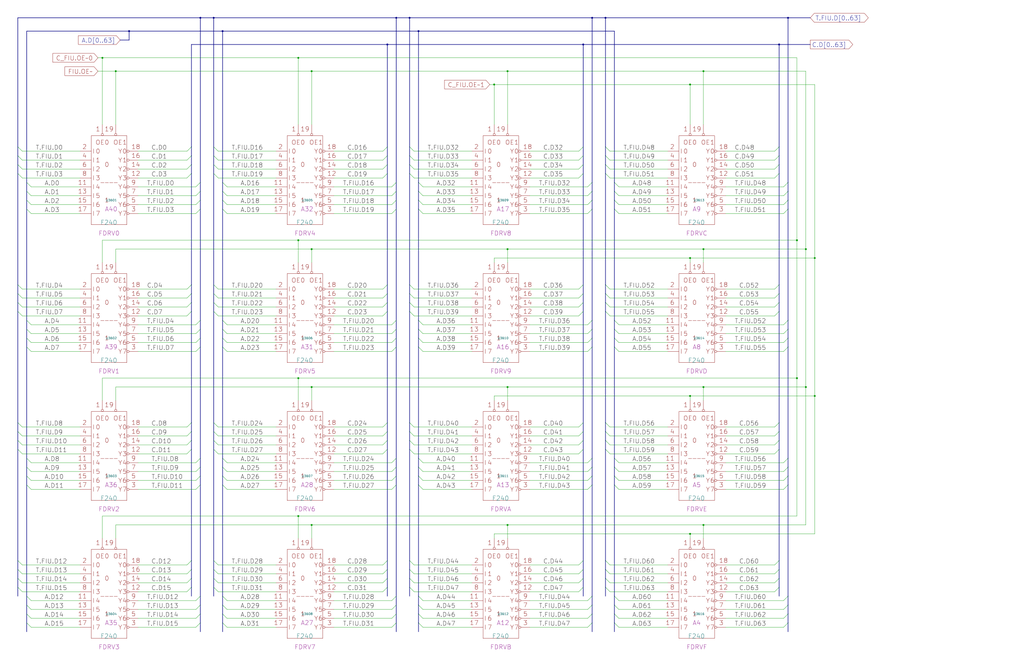
<source format=kicad_sch>
(kicad_sch (version 20211123) (generator eeschema)
  (paper "User" 584.2 378.46)
  (title_block (title "FIU DRIVER AND RECEIVER") (date "15-MAR-90") (rev "1.0") (comment 1 "TYPE") (comment 2 "232-003062") (comment 3 "S400") (comment 4 "RELEASED"))
  (junction (at 337.82 10.16))
  (junction (at 444.5 25.4))
  (junction (at 289.56 40.64))
  (junction (at 170.18 215.9))
  (junction (at 289.56 299.72))
  (junction (at 177.8 142.24))
  (junction (at 177.8 220.98))
  (junction (at 289.56 220.98))
  (junction (at 170.18 137.16))
  (junction (at 401.32 40.64))
  (junction (at 459.74 142.24))
  (junction (at 459.74 220.98))
  (junction (at 332.74 25.4))
  (junction (at 401.32 142.24))
  (junction (at 73.66 17.78))
  (junction (at 58.42 33.02))
  (junction (at 464.82 147.32))
  (junction (at 401.32 299.72))
  (junction (at 393.7 147.32))
  (junction (at 127 17.78))
  (junction (at 220.98 25.4))
  (junction (at 289.56 142.24))
  (junction (at 177.8 299.72))
  (junction (at 464.82 226.06))
  (junction (at 177.8 40.64))
  (junction (at 170.18 294.64))
  (junction (at 449.58 10.16))
  (junction (at 66.04 40.64))
  (junction (at 454.66 137.16))
  (junction (at 121.92 10.16))
  (junction (at 281.94 48.26))
  (junction (at 233.68 10.16))
  (junction (at 393.7 304.8))
  (junction (at 226.06 10.16))
  (junction (at 345.44 10.16))
  (junction (at 401.32 220.98))
  (junction (at 454.66 215.9))
  (junction (at 393.7 48.26))
  (junction (at 238.76 17.78))
  (junction (at 170.18 33.02))
  (junction (at 114.3 10.16))
  (junction (at 393.7 226.06))
  (bus_entry (at 444.5 246.38) (size -2.54 2.54))
  (bus_entry (at 345.44 172.72) (size 2.54 2.54))
  (bus_entry (at 345.44 246.38) (size 2.54 2.54))
  (bus_entry (at 233.68 93.98) (size 2.54 2.54))
  (bus_entry (at 238.76 355.6) (size 2.54 2.54))
  (bus_entry (at 233.68 99.06) (size 2.54 2.54))
  (bus_entry (at 350.52 104.14) (size 2.54 2.54))
  (bus_entry (at 238.76 198.12) (size 2.54 2.54))
  (bus_entry (at 109.22 172.72) (size -2.54 2.54))
  (bus_entry (at 444.5 93.98) (size -2.54 2.54))
  (bus_entry (at 444.5 325.12) (size -2.54 2.54))
  (bus_entry (at 10.16 241.3) (size 2.54 2.54))
  (bus_entry (at 350.52 193.04) (size 2.54 2.54))
  (bus_entry (at 238.76 266.7) (size 2.54 2.54))
  (bus_entry (at 127 187.96) (size 2.54 2.54))
  (bus_entry (at 121.92 241.3) (size 2.54 2.54))
  (bus_entry (at 121.92 325.12) (size 2.54 2.54))
  (bus_entry (at 127 271.78) (size 2.54 2.54))
  (bus_entry (at 127 104.14) (size 2.54 2.54))
  (bus_entry (at 233.68 325.12) (size 2.54 2.54))
  (bus_entry (at 350.52 119.38) (size 2.54 2.54))
  (bus_entry (at 238.76 340.36) (size 2.54 2.54))
  (bus_entry (at 238.76 182.88) (size 2.54 2.54))
  (bus_entry (at 238.76 276.86) (size 2.54 2.54))
  (bus_entry (at 220.98 177.8) (size -2.54 2.54))
  (bus_entry (at 332.74 177.8) (size -2.54 2.54))
  (bus_entry (at 121.92 172.72) (size 2.54 2.54))
  (bus_entry (at 332.74 162.56) (size -2.54 2.54))
  (bus_entry (at 10.16 162.56) (size 2.54 2.54))
  (bus_entry (at 345.44 83.82) (size 2.54 2.54))
  (bus_entry (at 350.52 345.44) (size 2.54 2.54))
  (bus_entry (at 444.5 172.72) (size -2.54 2.54))
  (bus_entry (at 10.16 320.04) (size 2.54 2.54))
  (bus_entry (at 127 114.3) (size 2.54 2.54))
  (bus_entry (at 444.5 167.64) (size -2.54 2.54))
  (bus_entry (at 238.76 345.44) (size 2.54 2.54))
  (bus_entry (at 345.44 325.12) (size 2.54 2.54))
  (bus_entry (at 15.24 355.6) (size 2.54 2.54))
  (bus_entry (at 449.58 355.6) (size -2.54 2.54))
  (bus_entry (at 114.3 261.62) (size -2.54 2.54))
  (bus_entry (at 220.98 246.38) (size -2.54 2.54))
  (bus_entry (at 109.22 335.28) (size -2.54 2.54))
  (bus_entry (at 332.74 335.28) (size -2.54 2.54))
  (bus_entry (at 109.22 256.54) (size -2.54 2.54))
  (bus_entry (at 121.92 246.38) (size 2.54 2.54))
  (bus_entry (at 220.98 320.04) (size -2.54 2.54))
  (bus_entry (at 233.68 251.46) (size 2.54 2.54))
  (bus_entry (at 220.98 335.28) (size -2.54 2.54))
  (bus_entry (at 121.92 83.82) (size 2.54 2.54))
  (bus_entry (at 114.3 193.04) (size -2.54 2.54))
  (bus_entry (at 332.74 251.46) (size -2.54 2.54))
  (bus_entry (at 337.82 340.36) (size -2.54 2.54))
  (bus_entry (at 226.06 355.6) (size -2.54 2.54))
  (bus_entry (at 127 345.44) (size 2.54 2.54))
  (bus_entry (at 15.24 198.12) (size 2.54 2.54))
  (bus_entry (at 114.3 119.38) (size -2.54 2.54))
  (bus_entry (at 10.16 335.28) (size 2.54 2.54))
  (bus_entry (at 444.5 335.28) (size -2.54 2.54))
  (bus_entry (at 121.92 256.54) (size 2.54 2.54))
  (bus_entry (at 15.24 350.52) (size 2.54 2.54))
  (bus_entry (at 345.44 256.54) (size 2.54 2.54))
  (bus_entry (at 233.68 335.28) (size 2.54 2.54))
  (bus_entry (at 15.24 182.88) (size 2.54 2.54))
  (bus_entry (at 220.98 93.98) (size -2.54 2.54))
  (bus_entry (at 444.5 241.3) (size -2.54 2.54))
  (bus_entry (at 10.16 88.9) (size 2.54 2.54))
  (bus_entry (at 345.44 162.56) (size 2.54 2.54))
  (bus_entry (at 109.22 325.12) (size -2.54 2.54))
  (bus_entry (at 337.82 193.04) (size -2.54 2.54))
  (bus_entry (at 444.5 256.54) (size -2.54 2.54))
  (bus_entry (at 233.68 241.3) (size 2.54 2.54))
  (bus_entry (at 226.06 345.44) (size -2.54 2.54))
  (bus_entry (at 444.5 99.06) (size -2.54 2.54))
  (bus_entry (at 226.06 350.52) (size -2.54 2.54))
  (bus_entry (at 233.68 330.2) (size 2.54 2.54))
  (bus_entry (at 109.22 177.8) (size -2.54 2.54))
  (bus_entry (at 127 182.88) (size 2.54 2.54))
  (bus_entry (at 220.98 330.2) (size -2.54 2.54))
  (bus_entry (at 332.74 172.72) (size -2.54 2.54))
  (bus_entry (at 15.24 276.86) (size 2.54 2.54))
  (bus_entry (at 127 193.04) (size 2.54 2.54))
  (bus_entry (at 345.44 335.28) (size 2.54 2.54))
  (bus_entry (at 332.74 93.98) (size -2.54 2.54))
  (bus_entry (at 233.68 83.82) (size 2.54 2.54))
  (bus_entry (at 15.24 187.96) (size 2.54 2.54))
  (bus_entry (at 337.82 114.3) (size -2.54 2.54))
  (bus_entry (at 109.22 320.04) (size -2.54 2.54))
  (bus_entry (at 15.24 104.14) (size 2.54 2.54))
  (bus_entry (at 114.3 276.86) (size -2.54 2.54))
  (bus_entry (at 114.3 182.88) (size -2.54 2.54))
  (bus_entry (at 121.92 88.9) (size 2.54 2.54))
  (bus_entry (at 109.22 99.06) (size -2.54 2.54))
  (bus_entry (at 114.3 198.12) (size -2.54 2.54))
  (bus_entry (at 109.22 241.3) (size -2.54 2.54))
  (bus_entry (at 109.22 246.38) (size -2.54 2.54))
  (bus_entry (at 332.74 256.54) (size -2.54 2.54))
  (bus_entry (at 350.52 109.22) (size 2.54 2.54))
  (bus_entry (at 444.5 177.8) (size -2.54 2.54))
  (bus_entry (at 337.82 182.88) (size -2.54 2.54))
  (bus_entry (at 109.22 88.9) (size -2.54 2.54))
  (bus_entry (at 350.52 261.62) (size 2.54 2.54))
  (bus_entry (at 444.5 320.04) (size -2.54 2.54))
  (bus_entry (at 10.16 177.8) (size 2.54 2.54))
  (bus_entry (at 233.68 167.64) (size 2.54 2.54))
  (bus_entry (at 220.98 256.54) (size -2.54 2.54))
  (bus_entry (at 114.3 345.44) (size -2.54 2.54))
  (bus_entry (at 449.58 187.96) (size -2.54 2.54))
  (bus_entry (at 332.74 320.04) (size -2.54 2.54))
  (bus_entry (at 10.16 251.46) (size 2.54 2.54))
  (bus_entry (at 350.52 266.7) (size 2.54 2.54))
  (bus_entry (at 449.58 104.14) (size -2.54 2.54))
  (bus_entry (at 226.06 198.12) (size -2.54 2.54))
  (bus_entry (at 220.98 251.46) (size -2.54 2.54))
  (bus_entry (at 15.24 345.44) (size 2.54 2.54))
  (bus_entry (at 345.44 251.46) (size 2.54 2.54))
  (bus_entry (at 109.22 167.64) (size -2.54 2.54))
  (bus_entry (at 15.24 266.7) (size 2.54 2.54))
  (bus_entry (at 220.98 325.12) (size -2.54 2.54))
  (bus_entry (at 109.22 83.82) (size -2.54 2.54))
  (bus_entry (at 226.06 187.96) (size -2.54 2.54))
  (bus_entry (at 10.16 246.38) (size 2.54 2.54))
  (bus_entry (at 233.68 162.56) (size 2.54 2.54))
  (bus_entry (at 345.44 167.64) (size 2.54 2.54))
  (bus_entry (at 332.74 325.12) (size -2.54 2.54))
  (bus_entry (at 10.16 93.98) (size 2.54 2.54))
  (bus_entry (at 10.16 256.54) (size 2.54 2.54))
  (bus_entry (at 127 261.62) (size 2.54 2.54))
  (bus_entry (at 449.58 182.88) (size -2.54 2.54))
  (bus_entry (at 121.92 177.8) (size 2.54 2.54))
  (bus_entry (at 332.74 167.64) (size -2.54 2.54))
  (bus_entry (at 109.22 93.98) (size -2.54 2.54))
  (bus_entry (at 127 340.36) (size 2.54 2.54))
  (bus_entry (at 127 266.7) (size 2.54 2.54))
  (bus_entry (at 337.82 355.6) (size -2.54 2.54))
  (bus_entry (at 121.92 320.04) (size 2.54 2.54))
  (bus_entry (at 127 198.12) (size 2.54 2.54))
  (bus_entry (at 10.16 83.82) (size 2.54 2.54))
  (bus_entry (at 350.52 276.86) (size 2.54 2.54))
  (bus_entry (at 109.22 251.46) (size -2.54 2.54))
  (bus_entry (at 449.58 198.12) (size -2.54 2.54))
  (bus_entry (at 226.06 119.38) (size -2.54 2.54))
  (bus_entry (at 449.58 271.78) (size -2.54 2.54))
  (bus_entry (at 238.76 119.38) (size 2.54 2.54))
  (bus_entry (at 121.92 167.64) (size 2.54 2.54))
  (bus_entry (at 238.76 271.78) (size 2.54 2.54))
  (bus_entry (at 444.5 88.9) (size -2.54 2.54))
  (bus_entry (at 220.98 83.82) (size -2.54 2.54))
  (bus_entry (at 114.3 266.7) (size -2.54 2.54))
  (bus_entry (at 449.58 119.38) (size -2.54 2.54))
  (bus_entry (at 15.24 193.04) (size 2.54 2.54))
  (bus_entry (at 109.22 330.2) (size -2.54 2.54))
  (bus_entry (at 114.3 109.22) (size -2.54 2.54))
  (bus_entry (at 345.44 241.3) (size 2.54 2.54))
  (bus_entry (at 444.5 330.2) (size -2.54 2.54))
  (bus_entry (at 449.58 266.7) (size -2.54 2.54))
  (bus_entry (at 444.5 162.56) (size -2.54 2.54))
  (bus_entry (at 114.3 114.3) (size -2.54 2.54))
  (bus_entry (at 114.3 104.14) (size -2.54 2.54))
  (bus_entry (at 121.92 99.06) (size 2.54 2.54))
  (bus_entry (at 332.74 246.38) (size -2.54 2.54))
  (bus_entry (at 226.06 271.78) (size -2.54 2.54))
  (bus_entry (at 127 350.52) (size 2.54 2.54))
  (bus_entry (at 127 109.22) (size 2.54 2.54))
  (bus_entry (at 238.76 109.22) (size 2.54 2.54))
  (bus_entry (at 114.3 340.36) (size -2.54 2.54))
  (bus_entry (at 449.58 340.36) (size -2.54 2.54))
  (bus_entry (at 220.98 172.72) (size -2.54 2.54))
  (bus_entry (at 345.44 320.04) (size 2.54 2.54))
  (bus_entry (at 345.44 99.06) (size 2.54 2.54))
  (bus_entry (at 337.82 109.22) (size -2.54 2.54))
  (bus_entry (at 226.06 109.22) (size -2.54 2.54))
  (bus_entry (at 15.24 271.78) (size 2.54 2.54))
  (bus_entry (at 226.06 261.62) (size -2.54 2.54))
  (bus_entry (at 449.58 345.44) (size -2.54 2.54))
  (bus_entry (at 449.58 114.3) (size -2.54 2.54))
  (bus_entry (at 345.44 330.2) (size 2.54 2.54))
  (bus_entry (at 127 355.6) (size 2.54 2.54))
  (bus_entry (at 332.74 330.2) (size -2.54 2.54))
  (bus_entry (at 449.58 193.04) (size -2.54 2.54))
  (bus_entry (at 233.68 246.38) (size 2.54 2.54))
  (bus_entry (at 238.76 114.3) (size 2.54 2.54))
  (bus_entry (at 10.16 99.06) (size 2.54 2.54))
  (bus_entry (at 238.76 350.52) (size 2.54 2.54))
  (bus_entry (at 114.3 187.96) (size -2.54 2.54))
  (bus_entry (at 220.98 99.06) (size -2.54 2.54))
  (bus_entry (at 15.24 109.22) (size 2.54 2.54))
  (bus_entry (at 233.68 88.9) (size 2.54 2.54))
  (bus_entry (at 449.58 261.62) (size -2.54 2.54))
  (bus_entry (at 337.82 119.38) (size -2.54 2.54))
  (bus_entry (at 127 276.86) (size 2.54 2.54))
  (bus_entry (at 238.76 261.62) (size 2.54 2.54))
  (bus_entry (at 337.82 266.7) (size -2.54 2.54))
  (bus_entry (at 127 119.38) (size 2.54 2.54))
  (bus_entry (at 220.98 241.3) (size -2.54 2.54))
  (bus_entry (at 121.92 251.46) (size 2.54 2.54))
  (bus_entry (at 337.82 187.96) (size -2.54 2.54))
  (bus_entry (at 444.5 251.46) (size -2.54 2.54))
  (bus_entry (at 449.58 350.52) (size -2.54 2.54))
  (bus_entry (at 350.52 198.12) (size 2.54 2.54))
  (bus_entry (at 114.3 355.6) (size -2.54 2.54))
  (bus_entry (at 10.16 325.12) (size 2.54 2.54))
  (bus_entry (at 345.44 88.9) (size 2.54 2.54))
  (bus_entry (at 238.76 104.14) (size 2.54 2.54))
  (bus_entry (at 226.06 340.36) (size -2.54 2.54))
  (bus_entry (at 109.22 162.56) (size -2.54 2.54))
  (bus_entry (at 449.58 276.86) (size -2.54 2.54))
  (bus_entry (at 10.16 330.2) (size 2.54 2.54))
  (bus_entry (at 350.52 271.78) (size 2.54 2.54))
  (bus_entry (at 337.82 276.86) (size -2.54 2.54))
  (bus_entry (at 226.06 104.14) (size -2.54 2.54))
  (bus_entry (at 337.82 198.12) (size -2.54 2.54))
  (bus_entry (at 238.76 187.96) (size 2.54 2.54))
  (bus_entry (at 233.68 256.54) (size 2.54 2.54))
  (bus_entry (at 332.74 241.3) (size -2.54 2.54))
  (bus_entry (at 345.44 93.98) (size 2.54 2.54))
  (bus_entry (at 233.68 177.8) (size 2.54 2.54))
  (bus_entry (at 350.52 114.3) (size 2.54 2.54))
  (bus_entry (at 226.06 182.88) (size -2.54 2.54))
  (bus_entry (at 233.68 172.72) (size 2.54 2.54))
  (bus_entry (at 121.92 335.28) (size 2.54 2.54))
  (bus_entry (at 449.58 109.22) (size -2.54 2.54))
  (bus_entry (at 350.52 182.88) (size 2.54 2.54))
  (bus_entry (at 220.98 162.56) (size -2.54 2.54))
  (bus_entry (at 226.06 114.3) (size -2.54 2.54))
  (bus_entry (at 226.06 276.86) (size -2.54 2.54))
  (bus_entry (at 444.5 83.82) (size -2.54 2.54))
  (bus_entry (at 337.82 271.78) (size -2.54 2.54))
  (bus_entry (at 337.82 350.52) (size -2.54 2.54))
  (bus_entry (at 350.52 340.36) (size 2.54 2.54))
  (bus_entry (at 345.44 177.8) (size 2.54 2.54))
  (bus_entry (at 350.52 187.96) (size 2.54 2.54))
  (bus_entry (at 114.3 350.52) (size -2.54 2.54))
  (bus_entry (at 332.74 99.06) (size -2.54 2.54))
  (bus_entry (at 350.52 350.52) (size 2.54 2.54))
  (bus_entry (at 233.68 320.04) (size 2.54 2.54))
  (bus_entry (at 337.82 345.44) (size -2.54 2.54))
  (bus_entry (at 226.06 266.7) (size -2.54 2.54))
  (bus_entry (at 10.16 167.64) (size 2.54 2.54))
  (bus_entry (at 337.82 104.14) (size -2.54 2.54))
  (bus_entry (at 220.98 88.9) (size -2.54 2.54))
  (bus_entry (at 226.06 193.04) (size -2.54 2.54))
  (bus_entry (at 15.24 119.38) (size 2.54 2.54))
  (bus_entry (at 332.74 88.9) (size -2.54 2.54))
  (bus_entry (at 121.92 162.56) (size 2.54 2.54))
  (bus_entry (at 114.3 271.78) (size -2.54 2.54))
  (bus_entry (at 121.92 93.98) (size 2.54 2.54))
  (bus_entry (at 337.82 261.62) (size -2.54 2.54))
  (bus_entry (at 15.24 114.3) (size 2.54 2.54))
  (bus_entry (at 15.24 340.36) (size 2.54 2.54))
  (bus_entry (at 220.98 167.64) (size -2.54 2.54))
  (bus_entry (at 350.52 355.6) (size 2.54 2.54))
  (bus_entry (at 10.16 172.72) (size 2.54 2.54))
  (bus_entry (at 332.74 83.82) (size -2.54 2.54))
  (bus_entry (at 238.76 193.04) (size 2.54 2.54))
  (bus_entry (at 15.24 261.62) (size 2.54 2.54))
  (bus_entry (at 121.92 330.2) (size 2.54 2.54))
  (bus (pts (xy 332.74 320.04) (xy 332.74 325.12)))
  (wire (pts (xy 414.02 337.82) (xy 441.96 337.82)))
  (bus (pts (xy 337.82 104.14) (xy 337.82 109.22)))
  (bus (pts (xy 350.52 350.52) (xy 350.52 355.6)))
  (bus (pts (xy 220.98 162.56) (xy 220.98 167.64)))
  (wire (pts (xy 12.7 165.1) (xy 45.72 165.1)))
  (wire (pts (xy 414.02 322.58) (xy 441.96 322.58)))
  (bus (pts (xy 109.22 172.72) (xy 109.22 177.8)))
  (bus (pts (xy 15.24 17.78) (xy 15.24 104.14)))
  (wire (pts (xy 17.78 116.84) (xy 45.72 116.84)))
  (wire (pts (xy 17.78 358.14) (xy 45.72 358.14)))
  (wire (pts (xy 190.5 91.44) (xy 218.44 91.44)))
  (wire (pts (xy 302.26 254) (xy 330.2 254)))
  (bus (pts (xy 337.82 198.12) (xy 337.82 261.62)))
  (bus (pts (xy 226.06 345.44) (xy 226.06 350.52)))
  (bus (pts (xy 121.92 99.06) (xy 121.92 162.56)))
  (wire (pts (xy 302.26 121.92) (xy 335.28 121.92)))
  (wire (pts (xy 401.32 220.98) (xy 459.74 220.98)))
  (wire (pts (xy 78.74 106.68) (xy 111.76 106.68)))
  (bus (pts (xy 127 104.14) (xy 127 109.22)))
  (bus (pts (xy 15.24 109.22) (xy 15.24 114.3)))
  (wire (pts (xy 190.5 175.26) (xy 218.44 175.26)))
  (wire (pts (xy 12.7 254) (xy 45.72 254)))
  (bus (pts (xy 121.92 88.9) (xy 121.92 93.98)))
  (wire (pts (xy 236.22 91.44) (xy 269.24 91.44)))
  (wire (pts (xy 241.3 342.9) (xy 269.24 342.9)))
  (bus (pts (xy 332.74 177.8) (xy 332.74 241.3)))
  (wire (pts (xy 17.78 185.42) (xy 45.72 185.42)))
  (bus (pts (xy 114.3 261.62) (xy 114.3 266.7)))
  (wire (pts (xy 393.7 147.32) (xy 464.82 147.32)))
  (wire (pts (xy 124.46 322.58) (xy 157.48 322.58)))
  (wire (pts (xy 190.5 254) (xy 218.44 254)))
  (bus (pts (xy 226.06 340.36) (xy 226.06 345.44)))
  (wire (pts (xy 17.78 347.98) (xy 45.72 347.98)))
  (wire (pts (xy 78.74 96.52) (xy 106.68 96.52)))
  (wire (pts (xy 302.26 337.82) (xy 330.2 337.82)))
  (bus (pts (xy 337.82 345.44) (xy 337.82 350.52)))
  (bus (pts (xy 109.22 330.2) (xy 109.22 335.28)))
  (bus (pts (xy 345.44 325.12) (xy 345.44 330.2)))
  (bus (pts (xy 350.52 182.88) (xy 350.52 187.96)))
  (wire (pts (xy 289.56 220.98) (xy 401.32 220.98)))
  (bus (pts (xy 444.5 167.64) (xy 444.5 172.72)))
  (wire (pts (xy 353.06 195.58) (xy 381 195.58)))
  (bus (pts (xy 350.52 276.86) (xy 350.52 340.36)))
  (bus (pts (xy 337.82 187.96) (xy 337.82 193.04)))
  (wire (pts (xy 241.3 358.14) (xy 269.24 358.14)))
  (wire (pts (xy 414.02 185.42) (xy 447.04 185.42)))
  (bus (pts (xy 233.68 93.98) (xy 233.68 99.06)))
  (wire (pts (xy 190.5 170.18) (xy 218.44 170.18)))
  (wire (pts (xy 129.54 342.9) (xy 157.48 342.9)))
  (wire (pts (xy 66.04 40.64) (xy 177.8 40.64)))
  (wire (pts (xy 17.78 342.9) (xy 45.72 342.9)))
  (bus (pts (xy 233.68 162.56) (xy 233.68 167.64)))
  (wire (pts (xy 454.66 137.16) (xy 454.66 215.9)))
  (bus (pts (xy 444.5 246.38) (xy 444.5 251.46)))
  (bus (pts (xy 345.44 10.16) (xy 345.44 83.82)))
  (wire (pts (xy 281.94 304.8) (xy 281.94 307.34)))
  (bus (pts (xy 15.24 119.38) (xy 15.24 182.88)))
  (wire (pts (xy 414.02 195.58) (xy 447.04 195.58)))
  (wire (pts (xy 124.46 332.74) (xy 157.48 332.74)))
  (wire (pts (xy 12.7 101.6) (xy 45.72 101.6)))
  (wire (pts (xy 78.74 165.1) (xy 106.68 165.1)))
  (bus (pts (xy 121.92 167.64) (xy 121.92 172.72)))
  (wire (pts (xy 302.26 190.5) (xy 335.28 190.5)))
  (wire (pts (xy 353.06 116.84) (xy 381 116.84)))
  (bus (pts (xy 10.16 10.16) (xy 114.3 10.16)))
  (wire (pts (xy 78.74 121.92) (xy 111.76 121.92)))
  (wire (pts (xy 302.26 243.84) (xy 330.2 243.84)))
  (bus (pts (xy 233.68 10.16) (xy 233.68 83.82)))
  (bus (pts (xy 238.76 271.78) (xy 238.76 276.86)))
  (wire (pts (xy 414.02 91.44) (xy 441.96 91.44)))
  (bus (pts (xy 15.24 198.12) (xy 15.24 261.62)))
  (wire (pts (xy 190.5 279.4) (xy 223.52 279.4)))
  (bus (pts (xy 449.58 187.96) (xy 449.58 193.04)))
  (wire (pts (xy 241.3 121.92) (xy 269.24 121.92)))
  (wire (pts (xy 124.46 86.36) (xy 157.48 86.36)))
  (wire (pts (xy 17.78 195.58) (xy 45.72 195.58)))
  (wire (pts (xy 347.98 337.82) (xy 381 337.82)))
  (bus (pts (xy 238.76 104.14) (xy 238.76 109.22)))
  (bus (pts (xy 220.98 25.4) (xy 220.98 83.82)))
  (wire (pts (xy 190.5 259.08) (xy 218.44 259.08)))
  (bus (pts (xy 114.3 182.88) (xy 114.3 187.96)))
  (bus (pts (xy 15.24 261.62) (xy 15.24 266.7)))
  (wire (pts (xy 281.94 147.32) (xy 393.7 147.32)))
  (bus (pts (xy 332.74 246.38) (xy 332.74 251.46)))
  (bus (pts (xy 109.22 256.54) (xy 109.22 320.04)))
  (wire (pts (xy 129.54 353.06) (xy 157.48 353.06)))
  (wire (pts (xy 12.7 259.08) (xy 45.72 259.08)))
  (bus (pts (xy 109.22 335.28) (xy 109.22 340.36)))
  (bus (pts (xy 127 187.96) (xy 127 193.04)))
  (wire (pts (xy 190.5 185.42) (xy 223.52 185.42)))
  (bus (pts (xy 444.5 320.04) (xy 444.5 325.12)))
  (bus (pts (xy 15.24 355.6) (xy 15.24 360.68)))
  (bus (pts (xy 109.22 93.98) (xy 109.22 99.06)))
  (bus (pts (xy 121.92 10.16) (xy 121.92 83.82)))
  (bus (pts (xy 15.24 114.3) (xy 15.24 119.38)))
  (bus (pts (xy 127 114.3) (xy 127 119.38)))
  (wire (pts (xy 12.7 248.92) (xy 45.72 248.92)))
  (wire (pts (xy 78.74 269.24) (xy 111.76 269.24)))
  (wire (pts (xy 289.56 142.24) (xy 289.56 149.86)))
  (wire (pts (xy 78.74 86.36) (xy 106.68 86.36)))
  (wire (pts (xy 347.98 91.44) (xy 381 91.44)))
  (wire (pts (xy 78.74 342.9) (xy 111.76 342.9)))
  (wire (pts (xy 281.94 226.06) (xy 281.94 228.6)))
  (wire (pts (xy 124.46 243.84) (xy 157.48 243.84)))
  (wire (pts (xy 78.74 190.5) (xy 111.76 190.5)))
  (wire (pts (xy 124.46 96.52) (xy 157.48 96.52)))
  (wire (pts (xy 353.06 200.66) (xy 381 200.66)))
  (bus (pts (xy 337.82 261.62) (xy 337.82 266.7)))
  (bus (pts (xy 15.24 193.04) (xy 15.24 198.12)))
  (wire (pts (xy 190.5 165.1) (xy 218.44 165.1)))
  (wire (pts (xy 401.32 142.24) (xy 401.32 149.86)))
  (bus (pts (xy 109.22 320.04) (xy 109.22 325.12)))
  (bus (pts (xy 345.44 241.3) (xy 345.44 246.38)))
  (wire (pts (xy 190.5 337.82) (xy 218.44 337.82)))
  (bus (pts (xy 345.44 251.46) (xy 345.44 256.54)))
  (bus (pts (xy 233.68 330.2) (xy 233.68 335.28)))
  (wire (pts (xy 78.74 248.92) (xy 106.68 248.92)))
  (bus (pts (xy 345.44 83.82) (xy 345.44 88.9)))
  (wire (pts (xy 12.7 332.74) (xy 45.72 332.74)))
  (wire (pts (xy 353.06 190.5) (xy 381 190.5)))
  (wire (pts (xy 414.02 353.06) (xy 447.04 353.06)))
  (wire (pts (xy 170.18 294.64) (xy 454.66 294.64)))
  (wire (pts (xy 459.74 142.24) (xy 459.74 220.98)))
  (wire (pts (xy 414.02 116.84) (xy 447.04 116.84)))
  (wire (pts (xy 129.54 274.32) (xy 157.48 274.32)))
  (bus (pts (xy 121.92 320.04) (xy 121.92 325.12)))
  (wire (pts (xy 129.54 269.24) (xy 157.48 269.24)))
  (wire (pts (xy 236.22 332.74) (xy 269.24 332.74)))
  (bus (pts (xy 121.92 172.72) (xy 121.92 177.8)))
  (bus (pts (xy 109.22 167.64) (xy 109.22 172.72)))
  (wire (pts (xy 190.5 264.16) (xy 223.52 264.16)))
  (bus (pts (xy 332.74 25.4) (xy 332.74 83.82)))
  (bus (pts (xy 10.16 172.72) (xy 10.16 177.8)))
  (bus (pts (xy 233.68 177.8) (xy 233.68 241.3)))
  (bus (pts (xy 233.68 172.72) (xy 233.68 177.8)))
  (wire (pts (xy 66.04 142.24) (xy 66.04 149.86)))
  (wire (pts (xy 17.78 279.4) (xy 45.72 279.4)))
  (bus (pts (xy 114.3 10.16) (xy 114.3 104.14)))
  (wire (pts (xy 241.3 353.06) (xy 269.24 353.06)))
  (wire (pts (xy 66.04 142.24) (xy 177.8 142.24)))
  (bus (pts (xy 127 340.36) (xy 127 345.44)))
  (bus (pts (xy 10.16 167.64) (xy 10.16 172.72)))
  (bus (pts (xy 127 109.22) (xy 127 114.3)))
  (bus (pts (xy 345.44 172.72) (xy 345.44 177.8)))
  (wire (pts (xy 129.54 185.42) (xy 157.48 185.42)))
  (wire (pts (xy 401.32 220.98) (xy 401.32 228.6)))
  (wire (pts (xy 414.02 106.68) (xy 447.04 106.68)))
  (wire (pts (xy 281.94 147.32) (xy 281.94 149.86)))
  (wire (pts (xy 58.42 137.16) (xy 58.42 149.86)))
  (bus (pts (xy 350.52 104.14) (xy 350.52 109.22)))
  (wire (pts (xy 58.42 215.9) (xy 58.42 228.6)))
  (wire (pts (xy 289.56 220.98) (xy 289.56 228.6)))
  (wire (pts (xy 302.26 358.14) (xy 335.28 358.14)))
  (bus (pts (xy 444.5 25.4) (xy 444.5 83.82)))
  (wire (pts (xy 236.22 175.26) (xy 269.24 175.26)))
  (bus (pts (xy 127 119.38) (xy 127 182.88)))
  (wire (pts (xy 302.26 327.66) (xy 330.2 327.66)))
  (wire (pts (xy 78.74 243.84) (xy 106.68 243.84)))
  (wire (pts (xy 129.54 279.4) (xy 157.48 279.4)))
  (bus (pts (xy 220.98 241.3) (xy 220.98 246.38)))
  (bus (pts (xy 226.06 271.78) (xy 226.06 276.86)))
  (bus (pts (xy 350.52 345.44) (xy 350.52 350.52)))
  (wire (pts (xy 58.42 294.64) (xy 58.42 307.34)))
  (bus (pts (xy 127 276.86) (xy 127 340.36)))
  (bus (pts (xy 444.5 99.06) (xy 444.5 162.56)))
  (bus (pts (xy 449.58 271.78) (xy 449.58 276.86)))
  (wire (pts (xy 302.26 170.18) (xy 330.2 170.18)))
  (wire (pts (xy 66.04 40.64) (xy 66.04 71.12)))
  (wire (pts (xy 129.54 116.84) (xy 157.48 116.84)))
  (bus (pts (xy 238.76 17.78) (xy 238.76 104.14)))
  (wire (pts (xy 124.46 337.82) (xy 157.48 337.82)))
  (bus (pts (xy 114.3 119.38) (xy 114.3 182.88)))
  (wire (pts (xy 78.74 91.44) (xy 106.68 91.44)))
  (wire (pts (xy 302.26 96.52) (xy 330.2 96.52)))
  (wire (pts (xy 58.42 33.02) (xy 58.42 71.12)))
  (bus (pts (xy 220.98 99.06) (xy 220.98 162.56)))
  (wire (pts (xy 414.02 96.52) (xy 441.96 96.52)))
  (wire (pts (xy 66.04 220.98) (xy 66.04 228.6)))
  (wire (pts (xy 124.46 254) (xy 157.48 254)))
  (bus (pts (xy 15.24 340.36) (xy 15.24 345.44)))
  (bus (pts (xy 220.98 246.38) (xy 220.98 251.46)))
  (bus (pts (xy 226.06 350.52) (xy 226.06 355.6)))
  (wire (pts (xy 302.26 86.36) (xy 330.2 86.36)))
  (wire (pts (xy 129.54 264.16) (xy 157.48 264.16)))
  (bus (pts (xy 345.44 167.64) (xy 345.44 172.72)))
  (bus (pts (xy 444.5 83.82) (xy 444.5 88.9)))
  (wire (pts (xy 190.5 248.92) (xy 218.44 248.92)))
  (bus (pts (xy 350.52 187.96) (xy 350.52 193.04)))
  (bus (pts (xy 350.52 261.62) (xy 350.52 266.7)))
  (wire (pts (xy 302.26 106.68) (xy 335.28 106.68)))
  (bus (pts (xy 109.22 88.9) (xy 109.22 93.98)))
  (wire (pts (xy 190.5 322.58) (xy 218.44 322.58)))
  (bus (pts (xy 109.22 241.3) (xy 109.22 246.38)))
  (wire (pts (xy 353.06 185.42) (xy 381 185.42)))
  (wire (pts (xy 12.7 170.18) (xy 45.72 170.18)))
  (bus (pts (xy 350.52 266.7) (xy 350.52 271.78)))
  (wire (pts (xy 241.3 106.68) (xy 269.24 106.68)))
  (wire (pts (xy 58.42 137.16) (xy 170.18 137.16)))
  (bus (pts (xy 15.24 345.44) (xy 15.24 350.52)))
  (wire (pts (xy 236.22 170.18) (xy 269.24 170.18)))
  (wire (pts (xy 241.3 190.5) (xy 269.24 190.5)))
  (bus (pts (xy 220.98 325.12) (xy 220.98 330.2)))
  (bus (pts (xy 449.58 182.88) (xy 449.58 187.96)))
  (wire (pts (xy 236.22 337.82) (xy 269.24 337.82)))
  (wire (pts (xy 236.22 327.66) (xy 269.24 327.66)))
  (bus (pts (xy 109.22 251.46) (xy 109.22 256.54)))
  (bus (pts (xy 350.52 17.78) (xy 350.52 104.14)))
  (wire (pts (xy 190.5 274.32) (xy 223.52 274.32)))
  (wire (pts (xy 347.98 86.36) (xy 381 86.36)))
  (bus (pts (xy 10.16 320.04) (xy 10.16 325.12)))
  (wire (pts (xy 414.02 190.5) (xy 447.04 190.5)))
  (bus (pts (xy 127 345.44) (xy 127 350.52)))
  (bus (pts (xy 350.52 198.12) (xy 350.52 261.62)))
  (bus (pts (xy 121.92 256.54) (xy 121.92 320.04)))
  (bus (pts (xy 114.3 276.86) (xy 114.3 340.36)))
  (bus (pts (xy 345.44 177.8) (xy 345.44 241.3)))
  (bus (pts (xy 220.98 330.2) (xy 220.98 335.28)))
  (bus (pts (xy 226.06 261.62) (xy 226.06 266.7)))
  (wire (pts (xy 241.3 269.24) (xy 269.24 269.24)))
  (wire (pts (xy 124.46 327.66) (xy 157.48 327.66)))
  (wire (pts (xy 78.74 347.98) (xy 111.76 347.98)))
  (bus (pts (xy 350.52 271.78) (xy 350.52 276.86)))
  (bus (pts (xy 68.58 22.86) (xy 73.66 22.86)))
  (bus (pts (xy 73.66 22.86) (xy 73.66 17.78)))
  (bus (pts (xy 127 350.52) (xy 127 355.6)))
  (bus (pts (xy 337.82 355.6) (xy 337.82 360.68)))
  (bus (pts (xy 449.58 109.22) (xy 449.58 114.3)))
  (wire (pts (xy 190.5 96.52) (xy 218.44 96.52)))
  (wire (pts (xy 78.74 185.42) (xy 111.76 185.42)))
  (bus (pts (xy 444.5 335.28) (xy 444.5 340.36)))
  (bus (pts (xy 337.82 340.36) (xy 337.82 345.44)))
  (wire (pts (xy 302.26 264.16) (xy 335.28 264.16)))
  (wire (pts (xy 289.56 40.64) (xy 289.56 71.12)))
  (bus (pts (xy 226.06 10.16) (xy 233.68 10.16)))
  (wire (pts (xy 353.06 353.06) (xy 381 353.06)))
  (wire (pts (xy 302.26 116.84) (xy 335.28 116.84)))
  (bus (pts (xy 15.24 187.96) (xy 15.24 193.04)))
  (wire (pts (xy 78.74 279.4) (xy 111.76 279.4)))
  (wire (pts (xy 190.5 116.84) (xy 223.52 116.84)))
  (bus (pts (xy 332.74 83.82) (xy 332.74 88.9)))
  (wire (pts (xy 302.26 180.34) (xy 330.2 180.34)))
  (wire (pts (xy 78.74 254) (xy 106.68 254)))
  (bus (pts (xy 10.16 162.56) (xy 10.16 167.64)))
  (wire (pts (xy 12.7 96.52) (xy 45.72 96.52)))
  (bus (pts (xy 109.22 25.4) (xy 109.22 83.82)))
  (wire (pts (xy 170.18 215.9) (xy 170.18 228.6)))
  (bus (pts (xy 114.3 345.44) (xy 114.3 350.52)))
  (bus (pts (xy 15.24 271.78) (xy 15.24 276.86)))
  (wire (pts (xy 177.8 40.64) (xy 177.8 71.12)))
  (wire (pts (xy 17.78 111.76) (xy 45.72 111.76)))
  (wire (pts (xy 129.54 106.68) (xy 157.48 106.68)))
  (wire (pts (xy 190.5 106.68) (xy 223.52 106.68)))
  (wire (pts (xy 302.26 322.58) (xy 330.2 322.58)))
  (wire (pts (xy 401.32 40.64) (xy 401.32 71.12)))
  (bus (pts (xy 10.16 246.38) (xy 10.16 251.46)))
  (wire (pts (xy 241.3 274.32) (xy 269.24 274.32)))
  (bus (pts (xy 449.58 119.38) (xy 449.58 182.88)))
  (bus (pts (xy 109.22 25.4) (xy 220.98 25.4)))
  (bus (pts (xy 220.98 25.4) (xy 332.74 25.4)))
  (bus (pts (xy 332.74 25.4) (xy 444.5 25.4)))
  (bus (pts (xy 444.5 25.4) (xy 462.28 25.4)))
  (bus (pts (xy 15.24 276.86) (xy 15.24 340.36)))
  (bus (pts (xy 121.92 83.82) (xy 121.92 88.9)))
  (wire (pts (xy 17.78 190.5) (xy 45.72 190.5)))
  (bus (pts (xy 220.98 172.72) (xy 220.98 177.8)))
  (bus (pts (xy 449.58 193.04) (xy 449.58 198.12)))
  (bus (pts (xy 10.16 251.46) (xy 10.16 256.54)))
  (wire (pts (xy 454.66 33.02) (xy 454.66 137.16)))
  (bus (pts (xy 350.52 355.6) (xy 350.52 360.68)))
  (wire (pts (xy 190.5 332.74) (xy 218.44 332.74)))
  (bus (pts (xy 238.76 266.7) (xy 238.76 271.78)))
  (wire (pts (xy 302.26 342.9) (xy 335.28 342.9)))
  (wire (pts (xy 347.98 327.66) (xy 381 327.66)))
  (wire (pts (xy 17.78 200.66) (xy 45.72 200.66)))
  (wire (pts (xy 414.02 347.98) (xy 447.04 347.98)))
  (bus (pts (xy 10.16 256.54) (xy 10.16 320.04)))
  (bus (pts (xy 345.44 330.2) (xy 345.44 335.28)))
  (wire (pts (xy 347.98 96.52) (xy 381 96.52)))
  (wire (pts (xy 66.04 220.98) (xy 177.8 220.98)))
  (bus (pts (xy 226.06 276.86) (xy 226.06 340.36)))
  (wire (pts (xy 353.06 347.98) (xy 381 347.98)))
  (wire (pts (xy 12.7 243.84) (xy 45.72 243.84)))
  (bus (pts (xy 127 261.62) (xy 127 266.7)))
  (wire (pts (xy 177.8 40.64) (xy 289.56 40.64)))
  (wire (pts (xy 289.56 40.64) (xy 401.32 40.64)))
  (wire (pts (xy 401.32 40.64) (xy 459.74 40.64)))
  (bus (pts (xy 220.98 93.98) (xy 220.98 99.06)))
  (bus (pts (xy 449.58 10.16) (xy 449.58 104.14)))
  (wire (pts (xy 236.22 96.52) (xy 269.24 96.52)))
  (bus (pts (xy 332.74 241.3) (xy 332.74 246.38)))
  (wire (pts (xy 55.88 33.02) (xy 58.42 33.02)))
  (bus (pts (xy 238.76 350.52) (xy 238.76 355.6)))
  (wire (pts (xy 17.78 353.06) (xy 45.72 353.06)))
  (wire (pts (xy 414.02 264.16) (xy 447.04 264.16)))
  (bus (pts (xy 15.24 104.14) (xy 15.24 109.22)))
  (wire (pts (xy 401.32 299.72) (xy 401.32 307.34)))
  (wire (pts (xy 414.02 327.66) (xy 441.96 327.66)))
  (wire (pts (xy 78.74 264.16) (xy 111.76 264.16)))
  (wire (pts (xy 17.78 106.68) (xy 45.72 106.68)))
  (wire (pts (xy 124.46 101.6) (xy 157.48 101.6)))
  (bus (pts (xy 121.92 162.56) (xy 121.92 167.64)))
  (wire (pts (xy 190.5 180.34) (xy 218.44 180.34)))
  (wire (pts (xy 347.98 101.6) (xy 381 101.6)))
  (wire (pts (xy 78.74 274.32) (xy 111.76 274.32)))
  (wire (pts (xy 302.26 91.44) (xy 330.2 91.44)))
  (bus (pts (xy 332.74 325.12) (xy 332.74 330.2)))
  (bus (pts (xy 233.68 251.46) (xy 233.68 256.54)))
  (bus (pts (xy 10.16 335.28) (xy 10.16 340.36)))
  (wire (pts (xy 190.5 101.6) (xy 218.44 101.6)))
  (wire (pts (xy 459.74 220.98) (xy 459.74 299.72)))
  (wire (pts (xy 347.98 259.08) (xy 381 259.08)))
  (wire (pts (xy 302.26 248.92) (xy 330.2 248.92)))
  (wire (pts (xy 170.18 137.16) (xy 170.18 149.86)))
  (bus (pts (xy 226.06 119.38) (xy 226.06 182.88)))
  (wire (pts (xy 78.74 358.14) (xy 111.76 358.14)))
  (wire (pts (xy 414.02 254) (xy 441.96 254)))
  (wire (pts (xy 78.74 175.26) (xy 106.68 175.26)))
  (wire (pts (xy 236.22 248.92) (xy 269.24 248.92)))
  (wire (pts (xy 177.8 299.72) (xy 177.8 307.34)))
  (wire (pts (xy 177.8 142.24) (xy 289.56 142.24)))
  (bus (pts (xy 121.92 177.8) (xy 121.92 241.3)))
  (bus (pts (xy 233.68 256.54) (xy 233.68 320.04)))
  (wire (pts (xy 124.46 259.08) (xy 157.48 259.08)))
  (wire (pts (xy 12.7 175.26) (xy 45.72 175.26)))
  (bus (pts (xy 127 266.7) (xy 127 271.78)))
  (bus (pts (xy 449.58 355.6) (xy 449.58 360.68)))
  (bus (pts (xy 332.74 330.2) (xy 332.74 335.28)))
  (wire (pts (xy 302.26 353.06) (xy 335.28 353.06)))
  (bus (pts (xy 449.58 350.52) (xy 449.58 355.6)))
  (bus (pts (xy 121.92 251.46) (xy 121.92 256.54)))
  (wire (pts (xy 190.5 358.14) (xy 223.52 358.14)))
  (bus (pts (xy 220.98 167.64) (xy 220.98 172.72)))
  (wire (pts (xy 353.06 264.16) (xy 381 264.16)))
  (bus (pts (xy 350.52 109.22) (xy 350.52 114.3)))
  (wire (pts (xy 353.06 279.4) (xy 381 279.4)))
  (wire (pts (xy 414.02 274.32) (xy 447.04 274.32)))
  (wire (pts (xy 302.26 195.58) (xy 335.28 195.58)))
  (bus (pts (xy 444.5 256.54) (xy 444.5 320.04)))
  (bus (pts (xy 109.22 325.12) (xy 109.22 330.2)))
  (bus (pts (xy 109.22 177.8) (xy 109.22 241.3)))
  (bus (pts (xy 238.76 182.88) (xy 238.76 187.96)))
  (wire (pts (xy 459.74 40.64) (xy 459.74 142.24)))
  (wire (pts (xy 129.54 358.14) (xy 157.48 358.14)))
  (bus (pts (xy 337.82 10.16) (xy 345.44 10.16)))
  (bus (pts (xy 449.58 276.86) (xy 449.58 340.36)))
  (bus (pts (xy 226.06 109.22) (xy 226.06 114.3)))
  (bus (pts (xy 220.98 83.82) (xy 220.98 88.9)))
  (wire (pts (xy 459.74 299.72) (xy 401.32 299.72)))
  (bus (pts (xy 332.74 167.64) (xy 332.74 172.72)))
  (wire (pts (xy 302.26 101.6) (xy 330.2 101.6)))
  (wire (pts (xy 289.56 299.72) (xy 177.8 299.72)))
  (bus (pts (xy 238.76 261.62) (xy 238.76 266.7)))
  (bus (pts (xy 109.22 246.38) (xy 109.22 251.46)))
  (bus (pts (xy 226.06 104.14) (xy 226.06 109.22)))
  (wire (pts (xy 302.26 185.42) (xy 335.28 185.42)))
  (wire (pts (xy 12.7 327.66) (xy 45.72 327.66)))
  (bus (pts (xy 238.76 355.6) (xy 238.76 360.68)))
  (bus (pts (xy 332.74 172.72) (xy 332.74 177.8)))
  (wire (pts (xy 129.54 190.5) (xy 157.48 190.5)))
  (wire (pts (xy 347.98 332.74) (xy 381 332.74)))
  (wire (pts (xy 190.5 243.84) (xy 218.44 243.84)))
  (bus (pts (xy 233.68 325.12) (xy 233.68 330.2)))
  (bus (pts (xy 238.76 340.36) (xy 238.76 345.44)))
  (wire (pts (xy 302.26 347.98) (xy 335.28 347.98)))
  (wire (pts (xy 78.74 332.74) (xy 106.68 332.74)))
  (wire (pts (xy 78.74 170.18) (xy 106.68 170.18)))
  (wire (pts (xy 347.98 322.58) (xy 381 322.58)))
  (bus (pts (xy 233.68 88.9) (xy 233.68 93.98)))
  (bus (pts (xy 238.76 187.96) (xy 238.76 193.04)))
  (bus (pts (xy 345.44 10.16) (xy 449.58 10.16)))
  (wire (pts (xy 190.5 190.5) (xy 223.52 190.5)))
  (wire (pts (xy 17.78 121.92) (xy 45.72 121.92)))
  (wire (pts (xy 414.02 101.6) (xy 441.96 101.6)))
  (bus (pts (xy 10.16 88.9) (xy 10.16 93.98)))
  (wire (pts (xy 17.78 264.16) (xy 45.72 264.16)))
  (bus (pts (xy 337.82 114.3) (xy 337.82 119.38)))
  (wire (pts (xy 289.56 142.24) (xy 401.32 142.24)))
  (bus (pts (xy 350.52 114.3) (xy 350.52 119.38)))
  (bus (pts (xy 233.68 167.64) (xy 233.68 172.72)))
  (bus (pts (xy 337.82 10.16) (xy 337.82 104.14)))
  (wire (pts (xy 454.66 215.9) (xy 454.66 294.64)))
  (bus (pts (xy 226.06 355.6) (xy 226.06 360.68)))
  (wire (pts (xy 241.3 195.58) (xy 269.24 195.58)))
  (bus (pts (xy 449.58 340.36) (xy 449.58 345.44)))
  (wire (pts (xy 414.02 279.4) (xy 447.04 279.4)))
  (bus (pts (xy 10.16 177.8) (xy 10.16 241.3)))
  (wire (pts (xy 347.98 254) (xy 381 254)))
  (wire (pts (xy 190.5 327.66) (xy 218.44 327.66)))
  (wire (pts (xy 129.54 111.76) (xy 157.48 111.76)))
  (bus (pts (xy 114.3 109.22) (xy 114.3 114.3)))
  (wire (pts (xy 190.5 347.98) (xy 223.52 347.98)))
  (wire (pts (xy 190.5 353.06) (xy 223.52 353.06)))
  (wire (pts (xy 401.32 299.72) (xy 289.56 299.72)))
  (bus (pts (xy 345.44 246.38) (xy 345.44 251.46)))
  (bus (pts (xy 127 355.6) (xy 127 360.68)))
  (bus (pts (xy 220.98 88.9) (xy 220.98 93.98)))
  (wire (pts (xy 190.5 342.9) (xy 223.52 342.9)))
  (bus (pts (xy 332.74 88.9) (xy 332.74 93.98)))
  (bus (pts (xy 114.3 266.7) (xy 114.3 271.78)))
  (wire (pts (xy 78.74 337.82) (xy 106.68 337.82)))
  (bus (pts (xy 220.98 177.8) (xy 220.98 241.3)))
  (wire (pts (xy 12.7 322.58) (xy 45.72 322.58)))
  (bus (pts (xy 10.16 93.98) (xy 10.16 99.06)))
  (bus (pts (xy 10.16 241.3) (xy 10.16 246.38)))
  (wire (pts (xy 177.8 142.24) (xy 177.8 149.86)))
  (bus (pts (xy 238.76 345.44) (xy 238.76 350.52)))
  (bus (pts (xy 449.58 114.3) (xy 449.58 119.38)))
  (wire (pts (xy 177.8 220.98) (xy 289.56 220.98)))
  (wire (pts (xy 353.06 342.9) (xy 381 342.9)))
  (wire (pts (xy 353.06 111.76) (xy 381 111.76)))
  (wire (pts (xy 414.02 175.26) (xy 441.96 175.26)))
  (bus (pts (xy 233.68 241.3) (xy 233.68 246.38)))
  (wire (pts (xy 236.22 254) (xy 269.24 254)))
  (wire (pts (xy 302.26 165.1) (xy 330.2 165.1)))
  (wire (pts (xy 353.06 274.32) (xy 381 274.32)))
  (bus (pts (xy 233.68 83.82) (xy 233.68 88.9)))
  (wire (pts (xy 281.94 48.26) (xy 393.7 48.26)))
  (wire (pts (xy 281.94 71.12) (xy 281.94 48.26)))
  (wire (pts (xy 393.7 48.26) (xy 464.82 48.26)))
  (wire (pts (xy 393.7 304.8) (xy 281.94 304.8)))
  (wire (pts (xy 464.82 48.26) (xy 464.82 147.32)))
  (wire (pts (xy 464.82 147.32) (xy 464.82 226.06)))
  (wire (pts (xy 464.82 226.06) (xy 464.82 304.8)))
  (wire (pts (xy 464.82 304.8) (xy 393.7 304.8)))
  (wire (pts (xy 124.46 175.26) (xy 157.48 175.26)))
  (wire (pts (xy 170.18 294.64) (xy 170.18 307.34)))
  (bus (pts (xy 444.5 177.8) (xy 444.5 241.3)))
  (bus (pts (xy 127 271.78) (xy 127 276.86)))
  (wire (pts (xy 78.74 101.6) (xy 106.68 101.6)))
  (bus (pts (xy 127 17.78) (xy 127 104.14)))
  (wire (pts (xy 78.74 180.34) (xy 106.68 180.34)))
  (bus (pts (xy 345.44 320.04) (xy 345.44 325.12)))
  (wire (pts (xy 78.74 259.08) (xy 106.68 259.08)))
  (wire (pts (xy 241.3 116.84) (xy 269.24 116.84)))
  (wire (pts (xy 414.02 269.24) (xy 447.04 269.24)))
  (wire (pts (xy 236.22 180.34) (xy 269.24 180.34)))
  (bus (pts (xy 337.82 276.86) (xy 337.82 340.36)))
  (bus (pts (xy 233.68 99.06) (xy 233.68 162.56)))
  (bus (pts (xy 238.76 193.04) (xy 238.76 198.12)))
  (bus (pts (xy 332.74 251.46) (xy 332.74 256.54)))
  (wire (pts (xy 347.98 170.18) (xy 381 170.18)))
  (bus (pts (xy 127 198.12) (xy 127 261.62)))
  (wire (pts (xy 190.5 86.36) (xy 218.44 86.36)))
  (wire (pts (xy 170.18 294.64) (xy 58.42 294.64)))
  (wire (pts (xy 236.22 322.58) (xy 269.24 322.58)))
  (bus (pts (xy 449.58 261.62) (xy 449.58 266.7)))
  (wire (pts (xy 124.46 165.1) (xy 157.48 165.1)))
  (bus (pts (xy 444.5 88.9) (xy 444.5 93.98)))
  (wire (pts (xy 393.7 304.8) (xy 393.7 307.34)))
  (bus (pts (xy 345.44 256.54) (xy 345.44 320.04)))
  (wire (pts (xy 414.02 200.66) (xy 447.04 200.66)))
  (wire (pts (xy 347.98 180.34) (xy 381 180.34)))
  (wire (pts (xy 55.88 40.64) (xy 66.04 40.64)))
  (wire (pts (xy 241.3 347.98) (xy 269.24 347.98)))
  (wire (pts (xy 414.02 170.18) (xy 441.96 170.18)))
  (wire (pts (xy 78.74 111.76) (xy 111.76 111.76)))
  (wire (pts (xy 302.26 274.32) (xy 335.28 274.32)))
  (bus (pts (xy 226.06 193.04) (xy 226.06 198.12)))
  (bus (pts (xy 114.3 193.04) (xy 114.3 198.12)))
  (bus (pts (xy 337.82 271.78) (xy 337.82 276.86)))
  (wire (pts (xy 78.74 200.66) (xy 111.76 200.66)))
  (wire (pts (xy 414.02 248.92) (xy 441.96 248.92)))
  (bus (pts (xy 345.44 162.56) (xy 345.44 167.64)))
  (wire (pts (xy 12.7 180.34) (xy 45.72 180.34)))
  (bus (pts (xy 337.82 266.7) (xy 337.82 271.78)))
  (wire (pts (xy 414.02 342.9) (xy 447.04 342.9)))
  (wire (pts (xy 17.78 274.32) (xy 45.72 274.32)))
  (bus (pts (xy 226.06 187.96) (xy 226.06 193.04)))
  (bus (pts (xy 114.3 355.6) (xy 114.3 360.68)))
  (bus (pts (xy 127 193.04) (xy 127 198.12)))
  (wire (pts (xy 129.54 121.92) (xy 157.48 121.92)))
  (wire (pts (xy 414.02 86.36) (xy 441.96 86.36)))
  (bus (pts (xy 444.5 162.56) (xy 444.5 167.64)))
  (wire (pts (xy 170.18 33.02) (xy 170.18 71.12)))
  (bus (pts (xy 226.06 266.7) (xy 226.06 271.78)))
  (bus (pts (xy 332.74 335.28) (xy 332.74 340.36)))
  (bus (pts (xy 220.98 256.54) (xy 220.98 320.04)))
  (wire (pts (xy 78.74 322.58) (xy 106.68 322.58)))
  (bus (pts (xy 444.5 325.12) (xy 444.5 330.2)))
  (bus (pts (xy 15.24 350.52) (xy 15.24 355.6)))
  (wire (pts (xy 78.74 353.06) (xy 111.76 353.06)))
  (wire (pts (xy 124.46 248.92) (xy 157.48 248.92)))
  (bus (pts (xy 220.98 335.28) (xy 220.98 340.36)))
  (bus (pts (xy 226.06 182.88) (xy 226.06 187.96)))
  (bus (pts (xy 238.76 114.3) (xy 238.76 119.38)))
  (wire (pts (xy 302.26 332.74) (xy 330.2 332.74)))
  (bus (pts (xy 109.22 83.82) (xy 109.22 88.9)))
  (wire (pts (xy 241.3 185.42) (xy 269.24 185.42)))
  (bus (pts (xy 449.58 266.7) (xy 449.58 271.78)))
  (bus (pts (xy 10.16 99.06) (xy 10.16 162.56)))
  (wire (pts (xy 129.54 195.58) (xy 157.48 195.58)))
  (wire (pts (xy 12.7 337.82) (xy 45.72 337.82)))
  (bus (pts (xy 449.58 104.14) (xy 449.58 109.22)))
  (wire (pts (xy 302.26 269.24) (xy 335.28 269.24)))
  (bus (pts (xy 337.82 193.04) (xy 337.82 198.12)))
  (wire (pts (xy 58.42 33.02) (xy 170.18 33.02)))
  (wire (pts (xy 414.02 111.76) (xy 447.04 111.76)))
  (bus (pts (xy 15.24 17.78) (xy 73.66 17.78)))
  (bus (pts (xy 73.66 17.78) (xy 127 17.78)))
  (bus (pts (xy 127 17.78) (xy 238.76 17.78)))
  (bus (pts (xy 238.76 17.78) (xy 350.52 17.78)))
  (wire (pts (xy 58.42 215.9) (xy 170.18 215.9)))
  (wire (pts (xy 241.3 264.16) (xy 269.24 264.16)))
  (wire (pts (xy 414.02 243.84) (xy 441.96 243.84)))
  (bus (pts (xy 121.92 325.12) (xy 121.92 330.2)))
  (bus (pts (xy 345.44 93.98) (xy 345.44 99.06)))
  (wire (pts (xy 241.3 111.76) (xy 269.24 111.76)))
  (bus (pts (xy 114.3 104.14) (xy 114.3 109.22)))
  (bus (pts (xy 238.76 109.22) (xy 238.76 114.3)))
  (bus (pts (xy 233.68 10.16) (xy 337.82 10.16)))
  (bus (pts (xy 233.68 246.38) (xy 233.68 251.46)))
  (bus (pts (xy 114.3 10.16) (xy 121.92 10.16)))
  (wire (pts (xy 393.7 147.32) (xy 393.7 149.86)))
  (bus (pts (xy 114.3 198.12) (xy 114.3 261.62)))
  (wire (pts (xy 170.18 33.02) (xy 454.66 33.02)))
  (bus (pts (xy 121.92 335.28) (xy 121.92 340.36)))
  (wire (pts (xy 236.22 259.08) (xy 269.24 259.08)))
  (wire (pts (xy 66.04 299.72) (xy 66.04 307.34)))
  (wire (pts (xy 302.26 111.76) (xy 335.28 111.76)))
  (bus (pts (xy 114.3 114.3) (xy 114.3 119.38)))
  (wire (pts (xy 78.74 116.84) (xy 111.76 116.84)))
  (bus (pts (xy 444.5 172.72) (xy 444.5 177.8)))
  (wire (pts (xy 190.5 269.24) (xy 223.52 269.24)))
  (wire (pts (xy 302.26 279.4) (xy 335.28 279.4)))
  (bus (pts (xy 345.44 88.9) (xy 345.44 93.98)))
  (wire (pts (xy 190.5 195.58) (xy 223.52 195.58)))
  (bus (pts (xy 121.92 93.98) (xy 121.92 99.06)))
  (wire (pts (xy 414.02 121.92) (xy 447.04 121.92)))
  (wire (pts (xy 279.4 48.26) (xy 281.94 48.26)))
  (wire (pts (xy 353.06 269.24) (xy 381 269.24)))
  (wire (pts (xy 302.26 175.26) (xy 330.2 175.26)))
  (wire (pts (xy 124.46 91.44) (xy 157.48 91.44)))
  (bus (pts (xy 332.74 162.56) (xy 332.74 167.64)))
  (wire (pts (xy 414.02 165.1) (xy 441.96 165.1)))
  (bus (pts (xy 350.52 193.04) (xy 350.52 198.12)))
  (bus (pts (xy 220.98 251.46) (xy 220.98 256.54)))
  (wire (pts (xy 302.26 200.66) (xy 335.28 200.66)))
  (wire (pts (xy 353.06 106.68) (xy 381 106.68)))
  (bus (pts (xy 226.06 10.16) (xy 226.06 104.14)))
  (wire (pts (xy 17.78 269.24) (xy 45.72 269.24)))
  (wire (pts (xy 236.22 86.36) (xy 269.24 86.36)))
  (bus (pts (xy 350.52 340.36) (xy 350.52 345.44)))
  (wire (pts (xy 281.94 226.06) (xy 393.7 226.06)))
  (wire (pts (xy 393.7 226.06) (xy 464.82 226.06)))
  (wire (pts (xy 414.02 259.08) (xy 441.96 259.08)))
  (bus (pts (xy 332.74 93.98) (xy 332.74 99.06)))
  (bus (pts (xy 114.3 187.96) (xy 114.3 193.04)))
  (bus (pts (xy 444.5 93.98) (xy 444.5 99.06)))
  (bus (pts (xy 332.74 99.06) (xy 332.74 162.56)))
  (bus (pts (xy 121.92 10.16) (xy 226.06 10.16)))
  (wire (pts (xy 12.7 91.44) (xy 45.72 91.44)))
  (bus (pts (xy 10.16 83.82) (xy 10.16 88.9)))
  (wire (pts (xy 347.98 243.84) (xy 381 243.84)))
  (wire (pts (xy 353.06 358.14) (xy 381 358.14)))
  (bus (pts (xy 15.24 182.88) (xy 15.24 187.96)))
  (bus (pts (xy 238.76 198.12) (xy 238.76 261.62)))
  (wire (pts (xy 347.98 175.26) (xy 381 175.26)))
  (bus (pts (xy 345.44 335.28) (xy 345.44 340.36)))
  (wire (pts (xy 78.74 327.66) (xy 106.68 327.66)))
  (wire (pts (xy 236.22 243.84) (xy 269.24 243.84)))
  (bus (pts (xy 337.82 119.38) (xy 337.82 182.88)))
  (bus (pts (xy 121.92 241.3) (xy 121.92 246.38)))
  (wire (pts (xy 177.8 299.72) (xy 66.04 299.72)))
  (bus (pts (xy 444.5 251.46) (xy 444.5 256.54)))
  (bus (pts (xy 444.5 330.2) (xy 444.5 335.28)))
  (wire (pts (xy 241.3 200.66) (xy 269.24 200.66)))
  (bus (pts (xy 121.92 246.38) (xy 121.92 251.46)))
  (bus (pts (xy 121.92 330.2) (xy 121.92 335.28)))
  (bus (pts (xy 337.82 182.88) (xy 337.82 187.96)))
  (bus (pts (xy 337.82 350.52) (xy 337.82 355.6)))
  (wire (pts (xy 353.06 121.92) (xy 381 121.92)))
  (bus (pts (xy 10.16 10.16) (xy 10.16 83.82)))
  (wire (pts (xy 414.02 332.74) (xy 441.96 332.74)))
  (wire (pts (xy 170.18 215.9) (xy 454.66 215.9)))
  (bus (pts (xy 15.24 266.7) (xy 15.24 271.78)))
  (wire (pts (xy 414.02 358.14) (xy 447.04 358.14)))
  (bus (pts (xy 233.68 335.28) (xy 233.68 340.36)))
  (bus (pts (xy 114.3 350.52) (xy 114.3 355.6)))
  (bus (pts (xy 10.16 330.2) (xy 10.16 335.28)))
  (wire (pts (xy 124.46 170.18) (xy 157.48 170.18)))
  (wire (pts (xy 177.8 220.98) (xy 177.8 228.6)))
  (wire (pts (xy 190.5 121.92) (xy 223.52 121.92)))
  (bus (pts (xy 114.3 340.36) (xy 114.3 345.44)))
  (bus (pts (xy 233.68 320.04) (xy 233.68 325.12)))
  (wire (pts (xy 289.56 299.72) (xy 289.56 307.34)))
  (wire (pts (xy 236.22 165.1) (xy 269.24 165.1)))
  (wire (pts (xy 393.7 226.06) (xy 393.7 228.6)))
  (wire (pts (xy 129.54 347.98) (xy 157.48 347.98)))
  (wire (pts (xy 302.26 259.08) (xy 330.2 259.08)))
  (bus (pts (xy 226.06 198.12) (xy 226.06 261.62)))
  (bus (pts (xy 449.58 345.44) (xy 449.58 350.52)))
  (bus (pts (xy 238.76 276.86) (xy 238.76 340.36)))
  (wire (pts (xy 241.3 279.4) (xy 269.24 279.4)))
  (wire (pts (xy 236.22 101.6) (xy 269.24 101.6)))
  (wire (pts (xy 190.5 111.76) (xy 223.52 111.76)))
  (bus (pts (xy 226.06 114.3) (xy 226.06 119.38)))
  (bus (pts (xy 109.22 162.56) (xy 109.22 167.64)))
  (wire (pts (xy 124.46 180.34) (xy 157.48 180.34)))
  (wire (pts (xy 129.54 200.66) (xy 157.48 200.66)))
  (wire (pts (xy 414.02 180.34) (xy 441.96 180.34)))
  (bus (pts (xy 332.74 256.54) (xy 332.74 320.04)))
  (bus (pts (xy 449.58 10.16) (xy 462.28 10.16)))
  (bus (pts (xy 220.98 320.04) (xy 220.98 325.12)))
  (wire (pts (xy 78.74 195.58) (xy 111.76 195.58)))
  (wire (pts (xy 170.18 137.16) (xy 454.66 137.16)))
  (wire (pts (xy 393.7 48.26) (xy 393.7 71.12)))
  (bus (pts (xy 238.76 119.38) (xy 238.76 182.88)))
  (bus (pts (xy 449.58 198.12) (xy 449.58 261.62)))
  (wire (pts (xy 347.98 165.1) (xy 381 165.1)))
  (bus (pts (xy 127 182.88) (xy 127 187.96)))
  (bus (pts (xy 10.16 325.12) (xy 10.16 330.2)))
  (wire (pts (xy 12.7 86.36) (xy 45.72 86.36)))
  (bus (pts (xy 350.52 119.38) (xy 350.52 182.88)))
  (wire (pts (xy 401.32 142.24) (xy 459.74 142.24)))
  (bus (pts (xy 337.82 109.22) (xy 337.82 114.3)))
  (bus (pts (xy 109.22 99.06) (xy 109.22 162.56)))
  (bus (pts (xy 444.5 241.3) (xy 444.5 246.38)))
  (wire (pts (xy 347.98 248.92) (xy 381 248.92)))
  (bus (pts (xy 114.3 271.78) (xy 114.3 276.86)))
  (bus (pts (xy 345.44 99.06) (xy 345.44 162.56)))
  (wire (pts (xy 190.5 200.66) (xy 223.52 200.66)))
  (label "T.FIU.D32" (at 307.34 106.68 0) (effects (font (size 2.54 2.54))))
  (label "A.D32" (at 248.92 106.68 0) (effects (font (size 2.54 2.54))))
  (label "T.FIU.D61" (at 355.6 327.66 0) (effects (font (size 2.54 2.54))))
  (label "T.FIU.D31" (at 132.08 337.82 0) (effects (font (size 2.54 2.54))))
  (label "T.FIU.D52" (at 419.1 185.42 0) (effects (font (size 2.54 2.54))))
  (label "A.D6" (at 25.4 195.58 0) (effects (font (size 2.54 2.54))))
  (label "C.D36" (at 309.88 165.1 0) (effects (font (size 2.54 2.54))))
  (label "C.D42" (at 309.88 254 0) (effects (font (size 2.54 2.54))))
  (label "T.FIU.D19" (at 195.58 121.92 0) (effects (font (size 2.54 2.54))))
  (label "T.FIU.D1" (at 83.82 111.76 0) (effects (font (size 2.54 2.54))))
  (label "A.D36" (at 248.92 185.42 0) (effects (font (size 2.54 2.54))))
  (label "T.FIU.D4" (at 20.32 165.1 0) (effects (font (size 2.54 2.54))))
  (label "C.D13" (at 86.36 327.66 0) (effects (font (size 2.54 2.54))))
  (label "A.D11" (at 25.4 279.4 0) (effects (font (size 2.54 2.54))))
  (label "A.D25" (at 137.16 269.24 0) (effects (font (size 2.54 2.54))))
  (label "T.FIU.D22" (at 195.58 195.58 0) (effects (font (size 2.54 2.54))))
  (label "T.FIU.D2" (at 20.32 96.52 0) (effects (font (size 2.54 2.54))))
  (label "T.FIU.D5" (at 20.32 170.18 0) (effects (font (size 2.54 2.54))))
  (label "C.D5" (at 83.82 170.18 0) (effects (font (size 2.54 2.54))))
  (label "T.FIU.D12" (at 83.82 342.9 0) (effects (font (size 2.54 2.54))))
  (label "T.FIU.D18" (at 132.08 96.52 0) (effects (font (size 2.54 2.54))))
  (label "T.FIU.D60" (at 419.1 342.9 0) (effects (font (size 2.54 2.54))))
  (label "T.FIU.D42" (at 243.84 254 0) (effects (font (size 2.54 2.54))))
  (label "C.D22" (at 198.12 175.26 0) (effects (font (size 2.54 2.54))))
  (label "T.FIU.D26" (at 195.58 274.32 0) (effects (font (size 2.54 2.54))))
  (label "T.FIU.D13" (at 20.32 327.66 0) (effects (font (size 2.54 2.54))))
  (label "T.FIU.D8" (at 20.32 243.84 0) (effects (font (size 2.54 2.54))))
  (label "T.FIU.D49" (at 355.6 91.44 0) (effects (font (size 2.54 2.54))))
  (label "T.FIU.D42" (at 307.34 274.32 0) (effects (font (size 2.54 2.54))))
  (label "T.FIU.D21" (at 132.08 170.18 0) (effects (font (size 2.54 2.54))))
  (label "C.D12" (at 86.36 322.58 0) (effects (font (size 2.54 2.54))))
  (label "T.FIU.D46" (at 243.84 332.74 0) (effects (font (size 2.54 2.54))))
  (label "T.FIU.D39" (at 307.34 200.66 0) (effects (font (size 2.54 2.54))))
  (label "T.FIU.D49" (at 419.1 111.76 0) (effects (font (size 2.54 2.54))))
  (label "T.FIU.D59" (at 355.6 259.08 0) (effects (font (size 2.54 2.54))))
  (label "C.D31" (at 198.12 337.82 0) (effects (font (size 2.54 2.54))))
  (label "C.D57" (at 421.64 248.92 0) (effects (font (size 2.54 2.54))))
  (label "C.D14" (at 86.36 332.74 0) (effects (font (size 2.54 2.54))))
  (label "T.FIU.D51" (at 355.6 101.6 0) (effects (font (size 2.54 2.54))))
  (label "T.FIU.D16" (at 132.08 86.36 0) (effects (font (size 2.54 2.54))))
  (label "A.D34" (at 248.92 116.84 0) (effects (font (size 2.54 2.54))))
  (label "A.D0" (at 25.4 106.68 0) (effects (font (size 2.54 2.54))))
  (label "A.D3" (at 25.4 121.92 0) (effects (font (size 2.54 2.54))))
  (label "A.D24" (at 137.16 264.16 0) (effects (font (size 2.54 2.54))))
  (label "A.D51" (at 360.68 121.92 0) (effects (font (size 2.54 2.54))))
  (label "C.D48" (at 419.1 86.36 0) (effects (font (size 2.54 2.54))))
  (label "A.D31" (at 137.16 358.14 0) (effects (font (size 2.54 2.54))))
  (label "A.D61" (at 360.68 347.98 0) (effects (font (size 2.54 2.54))))
  (label "T.FIU.D41" (at 307.34 269.24 0) (effects (font (size 2.54 2.54))))
  (label "C.D10" (at 86.36 254 0) (effects (font (size 2.54 2.54))))
  (label "T.FIU.D62" (at 355.6 332.74 0) (effects (font (size 2.54 2.54))))
  (label "A.D46" (at 248.92 353.06 0) (effects (font (size 2.54 2.54))))
  (label "A.D39" (at 248.92 200.66 0) (effects (font (size 2.54 2.54))))
  (label "C.D28" (at 198.12 322.58 0) (effects (font (size 2.54 2.54))))
  (label "A.D52" (at 360.68 185.42 0) (effects (font (size 2.54 2.54))))
  (label "C.D53" (at 421.64 170.18 0) (effects (font (size 2.54 2.54))))
  (label "T.FIU.D61" (at 419.1 347.98 0) (effects (font (size 2.54 2.54))))
  (label "C.D15" (at 86.36 337.82 0) (effects (font (size 2.54 2.54))))
  (label "C.D30" (at 198.12 332.74 0) (effects (font (size 2.54 2.54))))
  (label "A.D62" (at 360.68 353.06 0) (effects (font (size 2.54 2.54))))
  (label "C.D49" (at 419.1 91.44 0) (effects (font (size 2.54 2.54))))
  (label "T.FIU.D16" (at 195.58 106.68 0) (effects (font (size 2.54 2.54))))
  (label "T.FIU.D14" (at 20.32 332.74 0) (effects (font (size 2.54 2.54))))
  (label "C.D1" (at 86.36 91.44 0) (effects (font (size 2.54 2.54))))
  (label "T.FIU.D63" (at 355.6 337.82 0) (effects (font (size 2.54 2.54))))
  (label "C.D46" (at 309.88 332.74 0) (effects (font (size 2.54 2.54))))
  (label "C.D62" (at 421.64 332.74 0) (effects (font (size 2.54 2.54))))
  (label "T.FIU.D56" (at 355.6 243.84 0) (effects (font (size 2.54 2.54))))
  (label "A.D60" (at 360.68 342.9 0) (effects (font (size 2.54 2.54))))
  (label "A.D30" (at 137.16 353.06 0) (effects (font (size 2.54 2.54))))
  (label "C.D34" (at 309.88 96.52 0) (effects (font (size 2.54 2.54))))
  (label "T.FIU.D15" (at 20.32 337.82 0) (effects (font (size 2.54 2.54))))
  (label "T.FIU.D28" (at 132.08 322.58 0) (effects (font (size 2.54 2.54))))
  (label "T.FIU.D23" (at 195.58 200.66 0) (effects (font (size 2.54 2.54))))
  (label "T.FIU.D17" (at 195.58 111.76 0) (effects (font (size 2.54 2.54))))
  (label "C.D19" (at 198.12 101.6 0) (effects (font (size 2.54 2.54))))
  (label "T.FIU.D24" (at 132.08 243.84 0) (effects (font (size 2.54 2.54))))
  (label "A.D29" (at 137.16 347.98 0) (effects (font (size 2.54 2.54))))
  (label "T.FIU.D51" (at 419.1 121.92 0) (effects (font (size 2.54 2.54))))
  (label "T.FIU.D43" (at 307.34 279.4 0) (effects (font (size 2.54 2.54))))
  (label "T.FIU.D63" (at 419.1 358.14 0) (effects (font (size 2.54 2.54))))
  (label "T.FIU.D40" (at 243.84 243.84 0) (effects (font (size 2.54 2.54))))
  (label "A.D10" (at 25.4 274.32 0) (effects (font (size 2.54 2.54))))
  (label "T.FIU.D20" (at 132.08 165.1 0) (effects (font (size 2.54 2.54))))
  (label "T.FIU.D45" (at 243.84 327.66 0) (effects (font (size 2.54 2.54))))
  (label "A.D15" (at 25.4 358.14 0) (effects (font (size 2.54 2.54))))
  (label "T.FIU.D32" (at 243.84 86.36 0) (effects (font (size 2.54 2.54))))
  (label "A.D35" (at 248.92 121.92 0) (effects (font (size 2.54 2.54))))
  (label "T.FIU.D53" (at 419.1 190.5 0) (effects (font (size 2.54 2.54))))
  (label "A.D42" (at 248.92 274.32 0) (effects (font (size 2.54 2.54))))
  (label "T.FIU.D9" (at 20.32 248.92 0) (effects (font (size 2.54 2.54))))
  (label "T.FIU.D44" (at 243.84 322.58 0) (effects (font (size 2.54 2.54))))
  (label "T.FIU.D0" (at 20.32 86.36 0) (effects (font (size 2.54 2.54))))
  (label "C.D41" (at 309.88 248.92 0) (effects (font (size 2.54 2.54))))
  (label "A.D8" (at 25.4 264.16 0) (effects (font (size 2.54 2.54))))
  (label "T.FIU.D33" (at 243.84 91.44 0) (effects (font (size 2.54 2.54))))
  (label "A.D50" (at 360.68 116.84 0) (effects (font (size 2.54 2.54))))
  (label "C.D18" (at 198.12 96.52 0) (effects (font (size 2.54 2.54))))
  (label "A.D9" (at 25.4 269.24 0) (effects (font (size 2.54 2.54))))
  (label "T.FIU.D50" (at 419.1 116.84 0) (effects (font (size 2.54 2.54))))
  (label "T.FIU.D3" (at 83.82 121.92 0) (effects (font (size 2.54 2.54))))
  (label "A.D58" (at 360.68 274.32 0) (effects (font (size 2.54 2.54))))
  (label "C.D59" (at 421.64 259.08 0) (effects (font (size 2.54 2.54))))
  (label "C.D55" (at 421.64 180.34 0) (effects (font (size 2.54 2.54))))
  (label "T.FIU.D18" (at 195.58 116.84 0) (effects (font (size 2.54 2.54))))
  (label "T.FIU.D7" (at 83.82 200.66 0) (effects (font (size 2.54 2.54))))
  (label "C.D38" (at 309.88 175.26 0) (effects (font (size 2.54 2.54))))
  (label "A.D44" (at 248.92 342.9 0) (effects (font (size 2.54 2.54))))
  (label "C.D16" (at 198.12 86.36 0) (effects (font (size 2.54 2.54))))
  (label "T.FIU.D34" (at 243.84 96.52 0) (effects (font (size 2.54 2.54))))
  (label "T.FIU.D20" (at 195.58 185.42 0) (effects (font (size 2.54 2.54))))
  (label "T.FIU.D37" (at 307.34 190.5 0) (effects (font (size 2.54 2.54))))
  (label "T.FIU.D46" (at 307.34 353.06 0) (effects (font (size 2.54 2.54))))
  (label "T.FIU.D24" (at 195.58 264.16 0) (effects (font (size 2.54 2.54))))
  (label "T.FIU.D26" (at 132.08 254 0) (effects (font (size 2.54 2.54))))
  (label "C.D8" (at 86.36 243.84 0) (effects (font (size 2.54 2.54))))
  (label "A.D40" (at 248.92 264.16 0) (effects (font (size 2.54 2.54))))
  (label "A.D56" (at 360.68 264.16 0) (effects (font (size 2.54 2.54))))
  (label "A.D5" (at 25.4 190.5 0) (effects (font (size 2.54 2.54))))
  (label "T.FIU.D38" (at 243.84 175.26 0) (effects (font (size 2.54 2.54))))
  (label "T.FIU.D43" (at 243.84 259.08 0) (effects (font (size 2.54 2.54))))
  (label "T.FIU.D4" (at 83.82 185.42 0) (effects (font (size 2.54 2.54))))
  (label "A.D49" (at 360.68 111.76 0) (effects (font (size 2.54 2.54))))
  (label "T.FIU.D25" (at 195.58 269.24 0) (effects (font (size 2.54 2.54))))
  (label "A.D23" (at 137.16 200.66 0) (effects (font (size 2.54 2.54))))
  (label "C.D29" (at 198.12 327.66 0) (effects (font (size 2.54 2.54))))
  (label "A.D13" (at 25.4 347.98 0) (effects (font (size 2.54 2.54))))
  (label "T.FIU.D5" (at 83.82 190.5 0) (effects (font (size 2.54 2.54))))
  (label "T.FIU.D29" (at 132.08 327.66 0) (effects (font (size 2.54 2.54))))
  (label "C.D63" (at 421.64 337.82 0) (effects (font (size 2.54 2.54))))
  (label "A.D53" (at 360.68 190.5 0) (effects (font (size 2.54 2.54))))
  (label "A.D45" (at 248.92 347.98 0) (effects (font (size 2.54 2.54))))
  (label "C.D35" (at 309.88 101.6 0) (effects (font (size 2.54 2.54))))
  (label "T.FIU.D36" (at 307.34 185.42 0) (effects (font (size 2.54 2.54))))
  (label "A.D41" (at 248.92 269.24 0) (effects (font (size 2.54 2.54))))
  (label "C.D20" (at 198.12 165.1 0) (effects (font (size 2.54 2.54))))
  (label "A.D55" (at 360.68 200.66 0) (effects (font (size 2.54 2.54))))
  (label "A.D22" (at 137.16 195.58 0) (effects (font (size 2.54 2.54))))
  (label "T.FIU.D50" (at 355.6 96.52 0) (effects (font (size 2.54 2.54))))
  (label "C.D50" (at 419.1 96.52 0) (effects (font (size 2.54 2.54))))
  (label "A.D20" (at 137.16 185.42 0) (effects (font (size 2.54 2.54))))
  (label "T.FIU.D58" (at 419.1 274.32 0) (effects (font (size 2.54 2.54))))
  (label "A.D1" (at 25.4 111.76 0) (effects (font (size 2.54 2.54))))
  (label "C.D43" (at 309.88 259.08 0) (effects (font (size 2.54 2.54))))
  (label "C.D4" (at 83.82 165.1 0) (effects (font (size 2.54 2.54))))
  (label "A.D48" (at 360.68 106.68 0) (effects (font (size 2.54 2.54))))
  (label "T.FIU.D25" (at 132.08 248.92 0) (effects (font (size 2.54 2.54))))
  (label "T.FIU.D29" (at 195.58 347.98 0) (effects (font (size 2.54 2.54))))
  (label "A.D43" (at 248.92 279.4 0) (effects (font (size 2.54 2.54))))
  (label "T.FIU.D55" (at 355.6 180.34 0) (effects (font (size 2.54 2.54))))
  (label "T.FIU.D62" (at 419.1 353.06 0) (effects (font (size 2.54 2.54))))
  (label "A.D2" (at 25.4 116.84 0) (effects (font (size 2.54 2.54))))
  (label "C.D3" (at 86.36 101.6 0) (effects (font (size 2.54 2.54))))
  (label "C.D7" (at 83.82 180.34 0) (effects (font (size 2.54 2.54))))
  (label "T.FIU.D48" (at 419.1 106.68 0) (effects (font (size 2.54 2.54))))
  (label "T.FIU.D27" (at 195.58 279.4 0) (effects (font (size 2.54 2.54))))
  (label "T.FIU.D10" (at 86.36 274.32 0) (effects (font (size 2.54 2.54))))
  (label "C.D2" (at 86.36 96.52 0) (effects (font (size 2.54 2.54))))
  (label "T.FIU.D31" (at 195.58 358.14 0) (effects (font (size 2.54 2.54))))
  (label "T.FIU.D57" (at 419.1 269.24 0) (effects (font (size 2.54 2.54))))
  (label "C.D44" (at 309.88 322.58 0) (effects (font (size 2.54 2.54))))
  (label "T.FIU.D2" (at 83.82 116.84 0) (effects (font (size 2.54 2.54))))
  (label "T.FIU.D27" (at 132.08 259.08 0) (effects (font (size 2.54 2.54))))
  (label "T.FIU.D6" (at 83.82 195.58 0) (effects (font (size 2.54 2.54))))
  (label "C.D21" (at 198.12 170.18 0) (effects (font (size 2.54 2.54))))
  (label "T.FIU.D11" (at 86.36 279.4 0) (effects (font (size 2.54 2.54))))
  (label "A.D54" (at 360.68 195.58 0) (effects (font (size 2.54 2.54))))
  (label "C.D60" (at 421.64 322.58 0) (effects (font (size 2.54 2.54))))
  (label "A.D63" (at 360.68 358.14 0) (effects (font (size 2.54 2.54))))
  (label "T.FIU.D19" (at 132.08 101.6 0) (effects (font (size 2.54 2.54))))
  (label "A.D37" (at 248.92 190.5 0) (effects (font (size 2.54 2.54))))
  (label "C.D58" (at 421.64 254 0) (effects (font (size 2.54 2.54))))
  (label "T.FIU.D34" (at 307.34 116.84 0) (effects (font (size 2.54 2.54))))
  (label "T.FIU.D21" (at 195.58 190.5 0) (effects (font (size 2.54 2.54))))
  (label "T.FIU.D1" (at 20.32 91.44 0) (effects (font (size 2.54 2.54))))
  (label "C.D52" (at 421.64 165.1 0) (effects (font (size 2.54 2.54))))
  (label "T.FIU.D52" (at 355.6 165.1 0) (effects (font (size 2.54 2.54))))
  (label "C.D54" (at 421.64 175.26 0) (effects (font (size 2.54 2.54))))
  (label "T.FIU.D22" (at 132.08 175.26 0) (effects (font (size 2.54 2.54))))
  (label "C.D24" (at 198.12 243.84 0) (effects (font (size 2.54 2.54))))
  (label "A.D18" (at 137.16 116.84 0) (effects (font (size 2.54 2.54))))
  (label "C.D17" (at 198.12 91.44 0) (effects (font (size 2.54 2.54))))
  (label "T.FIU.D45" (at 307.34 347.98 0) (effects (font (size 2.54 2.54))))
  (label "A.D17" (at 137.16 111.76 0) (effects (font (size 2.54 2.54))))
  (label "A.D27" (at 137.16 279.4 0) (effects (font (size 2.54 2.54))))
  (label "C.D40" (at 309.88 243.84 0) (effects (font (size 2.54 2.54))))
  (label "A.D16" (at 137.16 106.68 0) (effects (font (size 2.54 2.54))))
  (label "C.D33" (at 309.88 91.44 0) (effects (font (size 2.54 2.54))))
  (label "T.FIU.D9" (at 86.36 269.24 0) (effects (font (size 2.54 2.54))))
  (label "C.D61" (at 421.64 327.66 0) (effects (font (size 2.54 2.54))))
  (label "C.D32" (at 309.88 86.36 0) (effects (font (size 2.54 2.54))))
  (label "T.FIU.D3" (at 20.32 101.6 0) (effects (font (size 2.54 2.54))))
  (label "T.FIU.D35" (at 243.84 101.6 0) (effects (font (size 2.54 2.54))))
  (label "T.FIU.D7" (at 20.32 180.34 0) (effects (font (size 2.54 2.54))))
  (label "T.FIU.D33" (at 307.34 111.76 0) (effects (font (size 2.54 2.54))))
  (label "A.D19" (at 137.16 121.92 0) (effects (font (size 2.54 2.54))))
  (label "T.FIU.D56" (at 419.1 264.16 0) (effects (font (size 2.54 2.54))))
  (label "T.FIU.D37" (at 243.84 170.18 0) (effects (font (size 2.54 2.54))))
  (label "T.FIU.D48" (at 355.6 86.36 0) (effects (font (size 2.54 2.54))))
  (label "C.D25" (at 198.12 248.92 0) (effects (font (size 2.54 2.54))))
  (label "T.FIU.D54" (at 419.1 195.58 0) (effects (font (size 2.54 2.54))))
  (label "C.D37" (at 309.88 170.18 0) (effects (font (size 2.54 2.54))))
  (label "T.FIU.D10" (at 20.32 254 0) (effects (font (size 2.54 2.54))))
  (label "T.FIU.D13" (at 83.82 347.98 0) (effects (font (size 2.54 2.54))))
  (label "T.FIU.D23" (at 132.08 180.34 0) (effects (font (size 2.54 2.54))))
  (label "A.D12" (at 25.4 342.9 0) (effects (font (size 2.54 2.54))))
  (label "T.FIU.D38" (at 307.34 195.58 0) (effects (font (size 2.54 2.54))))
  (label "T.FIU.D57" (at 355.6 248.92 0) (effects (font (size 2.54 2.54))))
  (label "T.FIU.D40" (at 307.34 264.16 0) (effects (font (size 2.54 2.54))))
  (label "T.FIU.D44" (at 307.34 342.9 0) (effects (font (size 2.54 2.54))))
  (label "T.FIU.D28" (at 195.58 342.9 0) (effects (font (size 2.54 2.54))))
  (label "A.D57" (at 360.68 269.24 0) (effects (font (size 2.54 2.54))))
  (label "T.FIU.D30" (at 195.58 353.06 0) (effects (font (size 2.54 2.54))))
  (label "A.D47" (at 248.92 358.14 0) (effects (font (size 2.54 2.54))))
  (label "T.FIU.D59" (at 419.1 279.4 0) (effects (font (size 2.54 2.54))))
  (label "C.D6" (at 83.82 175.26 0) (effects (font (size 2.54 2.54))))
  (label "T.FIU.D17" (at 132.08 91.44 0) (effects (font (size 2.54 2.54))))
  (label "T.FIU.D0" (at 83.82 106.68 0) (effects (font (size 2.54 2.54))))
  (label "A.D21" (at 137.16 190.5 0) (effects (font (size 2.54 2.54))))
  (label "T.FIU.D58" (at 355.6 254 0) (effects (font (size 2.54 2.54))))
  (label "C.D39" (at 309.88 180.34 0) (effects (font (size 2.54 2.54))))
  (label "A.D26" (at 137.16 274.32 0) (effects (font (size 2.54 2.54))))
  (label "C.D11" (at 86.36 259.08 0) (effects (font (size 2.54 2.54))))
  (label "T.FIU.D54" (at 355.6 175.26 0) (effects (font (size 2.54 2.54))))
  (label "T.FIU.D30" (at 132.08 332.74 0) (effects (font (size 2.54 2.54))))
  (label "T.FIU.D11" (at 20.32 259.08 0) (effects (font (size 2.54 2.54))))
  (label "A.D59" (at 360.68 279.4 0) (effects (font (size 2.54 2.54))))
  (label "T.FIU.D14" (at 83.82 353.06 0) (effects (font (size 2.54 2.54))))
  (label "T.FIU.D36" (at 243.84 165.1 0) (effects (font (size 2.54 2.54))))
  (label "T.FIU.D6" (at 20.32 175.26 0) (effects (font (size 2.54 2.54))))
  (label "T.FIU.D47" (at 307.34 358.14 0) (effects (font (size 2.54 2.54))))
  (label "T.FIU.D8" (at 86.36 264.16 0) (effects (font (size 2.54 2.54))))
  (label "C.D23" (at 198.12 180.34 0) (effects (font (size 2.54 2.54))))
  (label "T.FIU.D60" (at 355.6 322.58 0) (effects (font (size 2.54 2.54))))
  (label "C.D47" (at 309.88 337.82 0) (effects (font (size 2.54 2.54))))
  (label "C.D27" (at 198.12 259.08 0) (effects (font (size 2.54 2.54))))
  (label "A.D28" (at 137.16 342.9 0) (effects (font (size 2.54 2.54))))
  (label "C.D26" (at 198.12 254 0) (effects (font (size 2.54 2.54))))
  (label "T.FIU.D15" (at 83.82 358.14 0) (effects (font (size 2.54 2.54))))
  (label "T.FIU.D55" (at 419.1 200.66 0) (effects (font (size 2.54 2.54))))
  (label "C.D45" (at 309.88 327.66 0) (effects (font (size 2.54 2.54))))
  (label "C.D0" (at 86.36 86.36 0) (effects (font (size 2.54 2.54))))
  (label "C.D56" (at 421.64 243.84 0) (effects (font (size 2.54 2.54))))
  (label "A.D38" (at 248.92 195.58 0) (effects (font (size 2.54 2.54))))
  (label "T.FIU.D39" (at 243.84 180.34 0) (effects (font (size 2.54 2.54))))
  (label "A.D4" (at 25.4 185.42 0) (effects (font (size 2.54 2.54))))
  (label "T.FIU.D47" (at 243.84 337.82 0) (effects (font (size 2.54 2.54))))
  (label "A.D7" (at 25.4 200.66 0) (effects (font (size 2.54 2.54))))
  (label "A.D33" (at 248.92 111.76 0) (effects (font (size 2.54 2.54))))
  (label "T.FIU.D53" (at 355.6 170.18 0) (effects (font (size 2.54 2.54))))
  (label "T.FIU.D41" (at 243.84 248.92 0) (effects (font (size 2.54 2.54))))
  (label "T.FIU.D35" (at 307.34 121.92 0) (effects (font (size 2.54 2.54))))
  (label "C.D51" (at 419.1 101.6 0) (effects (font (size 2.54 2.54))))
  (label "A.D14" (at 25.4 353.06 0) (effects (font (size 2.54 2.54))))
  (label "T.FIU.D12" (at 20.32 322.58 0) (effects (font (size 2.54 2.54))))
  (label "C.D9" (at 86.36 248.92 0) (effects (font (size 2.54 2.54))))
  (global_label "C.D[0..63]" (shape output) (at 462.28 25.4 0) (effects (font (size 2.54 2.54))) (property "Intersheet References" "${INTERSHEET_REFS}" (at 486.4584 25.2413 0) (effects (font (size 2.54 2.54)) (justify left))))
  (global_label "C_FIU.OE~0" (shape input) (at 55.88 33.02 180) (effects (font (size 2.54 2.54))) (property "Intersheet References" "${INTERSHEET_REFS}" (at 30.1292 32.8613 0) (effects (font (size 2.54 2.54)) (justify right))))
  (global_label "FIU.OE~" (shape input) (at 55.88 40.64 180) (effects (font (size 2.54 2.54))) (property "Intersheet References" "${INTERSHEET_REFS}" (at 37.0235 40.4813 0) (effects (font (size 2.54 2.54)) (justify right))))
  (global_label "T.FIU.D[0..63]" (shape bidirectional) (at 462.28 10.16 0) (effects (font (size 2.54 2.54))) (property "Intersheet References" "${INTERSHEET_REFS}" (at 496.0136 10.0013 0) (effects (font (size 2.54 2.54)) (justify left))))
  (global_label "A.D[0..63]" (shape input) (at 68.58 22.86 180) (effects (font (size 2.54 2.54))) (property "Intersheet References" "${INTERSHEET_REFS}" (at 44.7645 22.7013 0) (effects (font (size 2.54 2.54)) (justify right))))
  (global_label "C_FIU.OE~1" (shape input) (at 279.4 48.26 180) (effects (font (size 2.54 2.54))) (property "Intersheet References" "${INTERSHEET_REFS}" (at 253.6492 48.1013 0) (effects (font (size 2.54 2.54)) (justify right))))
  (symbol (lib_id "r1000:F240") (at 60.96 119.38 0) (unit 1)
    (property "Reference" "U3601" (at 63.5 114.3 0))
    (property "Value" "F240" (at 57.15 127 0) (effects (font (size 2.54 2.54)) (justify left)))
    (property "Location" "A40" (at 59.69 119.38 0) (effects (font (size 2.54 2.54)) (justify left)))
    (property "Name" "FDRV0" (at 62.23 134.62 0) (effects (font (size 2.54 2.54)) (justify bottom)))
  )
  (symbol (lib_id "r1000:F240") (at 396.24 119.38 0) (unit 1)
    (property "Reference" "U3613" (at 398.78 114.3 0))
    (property "Value" "F240" (at 392.43 127 0) (effects (font (size 2.54 2.54)) (justify left)))
    (property "Location" "A9" (at 394.97 119.38 0) (effects (font (size 2.54 2.54)) (justify left)))
    (property "Name" "FDRVC" (at 397.51 134.62 0) (effects (font (size 2.54 2.54)) (justify bottom)))
  )
  (symbol (lib_id "r1000:F240") (at 396.24 198.12 0) (unit 1)
    (property "Reference" "U3614" (at 398.78 193.04 0))
    (property "Value" "F240" (at 392.43 205.74 0) (effects (font (size 2.54 2.54)) (justify left)))
    (property "Location" "A8" (at 394.97 198.12 0) (effects (font (size 2.54 2.54)) (justify left)))
    (property "Name" "FDRVD" (at 397.51 213.36 0) (effects (font (size 2.54 2.54)) (justify bottom)))
  )
  (symbol (lib_id "r1000:F240") (at 284.48 355.6 0) (unit 1)
    (property "Reference" "U3612" (at 287.02 350.52 0))
    (property "Value" "F240" (at 280.67 363.22 0) (effects (font (size 2.54 2.54)) (justify left)))
    (property "Location" "A12" (at 283.21 355.6 0) (effects (font (size 2.54 2.54)) (justify left)))
    (property "Name" "FDRVB" (at 285.75 370.84 0) (effects (font (size 2.54 2.54)) (justify bottom)))
  )
  (symbol (lib_id "r1000:F240") (at 172.72 198.12 0) (unit 1)
    (property "Reference" "U3606" (at 175.26 193.04 0))
    (property "Value" "F240" (at 168.91 205.74 0) (effects (font (size 2.54 2.54)) (justify left)))
    (property "Location" "A31" (at 171.45 198.12 0) (effects (font (size 2.54 2.54)) (justify left)))
    (property "Name" "FDRV5" (at 173.99 213.36 0) (effects (font (size 2.54 2.54)) (justify bottom)))
  )
  (symbol (lib_id "r1000:F240") (at 172.72 119.38 0) (unit 1)
    (property "Reference" "U3605" (at 175.26 114.3 0))
    (property "Value" "F240" (at 168.91 127 0) (effects (font (size 2.54 2.54)) (justify left)))
    (property "Location" "A32" (at 171.45 119.38 0) (effects (font (size 2.54 2.54)) (justify left)))
    (property "Name" "FDRV4" (at 173.99 134.62 0) (effects (font (size 2.54 2.54)) (justify bottom)))
  )
  (symbol (lib_id "r1000:F240") (at 284.48 119.38 0) (unit 1)
    (property "Reference" "U3609" (at 287.02 114.3 0))
    (property "Value" "F240" (at 280.67 127 0) (effects (font (size 2.54 2.54)) (justify left)))
    (property "Location" "A17" (at 283.21 119.38 0) (effects (font (size 2.54 2.54)) (justify left)))
    (property "Name" "FDRV8" (at 285.75 134.62 0) (effects (font (size 2.54 2.54)) (justify bottom)))
  )
  (symbol (lib_id "r1000:F240") (at 284.48 198.12 0) (unit 1)
    (property "Reference" "U3610" (at 287.02 193.04 0))
    (property "Value" "F240" (at 280.67 205.74 0) (effects (font (size 2.54 2.54)) (justify left)))
    (property "Location" "A16" (at 283.21 198.12 0) (effects (font (size 2.54 2.54)) (justify left)))
    (property "Name" "FDRV9" (at 285.75 213.36 0) (effects (font (size 2.54 2.54)) (justify bottom)))
  )
  (symbol (lib_id "r1000:F240") (at 396.24 355.6 0) (unit 1)
    (property "Reference" "U3616" (at 398.78 350.52 0))
    (property "Value" "F240" (at 392.43 363.22 0) (effects (font (size 2.54 2.54)) (justify left)))
    (property "Location" "A4" (at 394.97 355.6 0) (effects (font (size 2.54 2.54)) (justify left)))
    (property "Name" "FDRVF" (at 397.51 370.84 0) (effects (font (size 2.54 2.54)) (justify bottom)))
  )
  (symbol (lib_id "r1000:F240") (at 60.96 198.12 0) (unit 1)
    (property "Reference" "U3602" (at 63.5 193.04 0))
    (property "Value" "F240" (at 57.15 205.74 0) (effects (font (size 2.54 2.54)) (justify left)))
    (property "Location" "A39" (at 59.69 198.12 0) (effects (font (size 2.54 2.54)) (justify left)))
    (property "Name" "FDRV1" (at 62.23 213.36 0) (effects (font (size 2.54 2.54)) (justify bottom)))
  )
  (symbol (lib_id "r1000:F240") (at 172.72 355.6 0) (unit 1)
    (property "Reference" "U3608" (at 175.26 350.52 0))
    (property "Value" "F240" (at 168.91 363.22 0) (effects (font (size 2.54 2.54)) (justify left)))
    (property "Location" "A27" (at 171.45 355.6 0) (effects (font (size 2.54 2.54)) (justify left)))
    (property "Name" "FDRV7" (at 173.99 370.84 0) (effects (font (size 2.54 2.54)) (justify bottom)))
  )
  (symbol (lib_id "r1000:F240") (at 172.72 276.86 0) (unit 1)
    (property "Reference" "U3607" (at 175.26 271.78 0))
    (property "Value" "F240" (at 168.91 284.48 0) (effects (font (size 2.54 2.54)) (justify left)))
    (property "Location" "A28" (at 171.45 276.86 0) (effects (font (size 2.54 2.54)) (justify left)))
    (property "Name" "FDRV6" (at 173.99 292.1 0) (effects (font (size 2.54 2.54)) (justify bottom)))
  )
  (symbol (lib_id "r1000:F240") (at 284.48 276.86 0) (unit 1)
    (property "Reference" "U3611" (at 287.02 271.78 0))
    (property "Value" "F240" (at 280.67 284.48 0) (effects (font (size 2.54 2.54)) (justify left)))
    (property "Location" "A13" (at 283.21 276.86 0) (effects (font (size 2.54 2.54)) (justify left)))
    (property "Name" "FDRVA" (at 285.75 292.1 0) (effects (font (size 2.54 2.54)) (justify bottom)))
  )
  (symbol (lib_id "r1000:F240") (at 396.24 276.86 0) (unit 1)
    (property "Reference" "U3615" (at 398.78 271.78 0))
    (property "Value" "F240" (at 392.43 284.48 0) (effects (font (size 2.54 2.54)) (justify left)))
    (property "Location" "A5" (at 394.97 276.86 0) (effects (font (size 2.54 2.54)) (justify left)))
    (property "Name" "FDRVE" (at 397.51 292.1 0) (effects (font (size 2.54 2.54)) (justify bottom)))
  )
  (symbol (lib_id "r1000:F240") (at 60.96 276.86 0) (unit 1)
    (property "Reference" "U3603" (at 63.5 271.78 0))
    (property "Value" "F240" (at 57.15 284.48 0) (effects (font (size 2.54 2.54)) (justify left)))
    (property "Location" "A36" (at 59.69 276.86 0) (effects (font (size 2.54 2.54)) (justify left)))
    (property "Name" "FDRV2" (at 62.23 292.1 0) (effects (font (size 2.54 2.54)) (justify bottom)))
  )
  (symbol (lib_id "r1000:F240") (at 60.96 355.6 0) (unit 1)
    (property "Reference" "U3604" (at 63.5 350.52 0))
    (property "Value" "F240" (at 57.15 363.22 0) (effects (font (size 2.54 2.54)) (justify left)))
    (property "Location" "A35" (at 59.69 355.6 0) (effects (font (size 2.54 2.54)) (justify left)))
    (property "Name" "FDRV3" (at 62.23 370.84 0) (effects (font (size 2.54 2.54)) (justify bottom)))
  )
)
</source>
